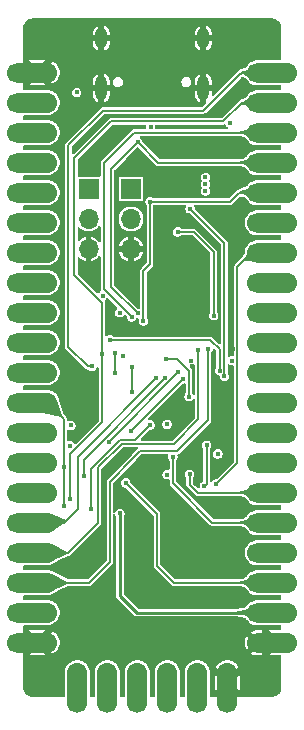
<source format=gbr>
%TF.GenerationSoftware,KiCad,Pcbnew,9.0.0*%
%TF.CreationDate,2025-04-02T16:35:10+02:00*%
%TF.ProjectId,stm32f103-core-board,73746d33-3266-4313-9033-2d636f72652d,1*%
%TF.SameCoordinates,Original*%
%TF.FileFunction,Copper,L4,Bot*%
%TF.FilePolarity,Positive*%
%FSLAX46Y46*%
G04 Gerber Fmt 4.6, Leading zero omitted, Abs format (unit mm)*
G04 Created by KiCad (PCBNEW 9.0.0) date 2025-04-02 16:35:10*
%MOMM*%
%LPD*%
G01*
G04 APERTURE LIST*
G04 Aperture macros list*
%AMFreePoly0*
4,1,23,0.000000,0.845907,0.083315,0.845907,0.246742,0.813399,0.400687,0.749633,0.539234,0.657059,0.657059,0.539234,0.749633,0.400687,0.813399,0.246742,0.845907,0.083315,0.845907,-0.083315,0.813399,-0.246742,0.749633,-0.400687,0.657059,-0.539234,0.539234,-0.657059,0.400687,-0.749633,0.246742,-0.813399,0.083315,-0.845907,0.000000,-0.845907,0.000000,-0.850000,-2.540000,-0.850000,
-2.540000,0.850000,0.000000,0.850000,0.000000,0.845907,0.000000,0.845907,$1*%
G04 Aperture macros list end*
%TA.AperFunction,ComponentPad*%
%ADD10O,1.700000X1.700000*%
%TD*%
%TA.AperFunction,ComponentPad*%
%ADD11R,1.700000X1.700000*%
%TD*%
%TA.AperFunction,ComponentPad*%
%ADD12FreePoly0,0.000000*%
%TD*%
%TA.AperFunction,ComponentPad*%
%ADD13C,1.700000*%
%TD*%
%TA.AperFunction,ComponentPad*%
%ADD14O,1.000000X1.800000*%
%TD*%
%TA.AperFunction,ComponentPad*%
%ADD15O,1.000000X2.100000*%
%TD*%
%TA.AperFunction,ComponentPad*%
%ADD16FreePoly0,90.000000*%
%TD*%
%TA.AperFunction,ViaPad*%
%ADD17C,0.400000*%
%TD*%
%TA.AperFunction,Conductor*%
%ADD18C,0.150000*%
%TD*%
%TA.AperFunction,Conductor*%
%ADD19C,0.250000*%
%TD*%
G04 APERTURE END LIST*
D10*
%TO.P,J1,3,Pin_3*%
%TO.N,GND*%
X144600000Y-90800000D03*
%TO.P,J1,2,Pin_2*%
%TO.N,Net-(J1-Pin_2)*%
X144600000Y-88260001D03*
D11*
%TO.P,J1,1,Pin_1*%
%TO.N,/+3V3*%
X144600000Y-85720001D03*
%TD*%
D12*
%TO.P,J5,20,Pin_20*%
%TO.N,GND*%
X161430000Y-124130000D03*
D13*
X158890000Y-124130000D03*
D12*
%TO.P,J5,19,Pin_19*%
%TO.N,/VBAT*%
X161430000Y-121590000D03*
D13*
X158890000Y-121590000D03*
D12*
%TO.P,J5,18,Pin_18*%
%TO.N,/PC13*%
X161430000Y-119050000D03*
D13*
X158890000Y-119050000D03*
D12*
%TO.P,J5,17,Pin_17*%
%TO.N,/~{NRST}*%
X161430000Y-116510001D03*
D13*
X158890000Y-116510000D03*
D12*
%TO.P,J5,16,Pin_16*%
%TO.N,/PA0*%
X161430000Y-113969999D03*
D13*
X158890000Y-113970000D03*
D12*
%TO.P,J5,15,Pin_15*%
%TO.N,/PA1*%
X161430000Y-111430000D03*
D13*
X158890000Y-111430000D03*
D12*
%TO.P,J5,14,Pin_14*%
%TO.N,/PA2*%
X161430000Y-108890000D03*
D13*
X158890000Y-108890000D03*
D12*
%TO.P,J5,13,Pin_13*%
%TO.N,/PA3*%
X161430000Y-106350000D03*
D13*
X158890000Y-106350000D03*
D12*
%TO.P,J5,12,Pin_12*%
%TO.N,/PA4*%
X161430000Y-103809999D03*
D13*
X158890000Y-103810000D03*
D12*
%TO.P,J5,11,Pin_11*%
%TO.N,/PA5*%
X161430000Y-101270000D03*
D13*
X158890000Y-101270000D03*
D12*
%TO.P,J5,10,Pin_10*%
%TO.N,/PA6*%
X161430000Y-98730000D03*
D13*
X158890000Y-98730000D03*
D12*
%TO.P,J5,9,Pin_9*%
%TO.N,/PA7*%
X161430000Y-96190000D03*
D13*
X158890000Y-96190000D03*
D12*
%TO.P,J5,8,Pin_8*%
%TO.N,/PA8*%
X161430000Y-93650001D03*
D13*
X158890000Y-93650000D03*
D12*
%TO.P,J5,7,Pin_7*%
%TO.N,/USART1.TX*%
X161430000Y-91110000D03*
D13*
X158890000Y-91110000D03*
D12*
%TO.P,J5,6,Pin_6*%
%TO.N,/USART1.RX*%
X161430000Y-88570000D03*
D13*
X158890000Y-88570000D03*
D12*
%TO.P,J5,5,Pin_5*%
%TO.N,/PA11*%
X161430000Y-86030000D03*
D13*
X158890000Y-86030000D03*
D12*
%TO.P,J5,4,Pin_4*%
%TO.N,/PA12*%
X161430000Y-83490000D03*
D13*
X158890000Y-83490000D03*
D12*
%TO.P,J5,3,Pin_3*%
%TO.N,/PA13*%
X161430000Y-80949999D03*
D13*
X158890000Y-80950000D03*
D12*
%TO.P,J5,2,Pin_2*%
%TO.N,/PA14*%
X161430000Y-78410000D03*
D13*
X158890000Y-78410000D03*
D12*
%TO.P,J5,1,Pin_1*%
%TO.N,/PA15*%
X161430000Y-75870000D03*
D13*
X158890000Y-75870000D03*
%TD*%
D10*
%TO.P,J2,3,Pin_3*%
%TO.N,GND*%
X148200000Y-90800000D03*
%TO.P,J2,2,Pin_2*%
%TO.N,Net-(J2-Pin_2)*%
X148200000Y-88260001D03*
D11*
%TO.P,J2,1,Pin_1*%
%TO.N,/+3V3*%
X148200000Y-85720001D03*
%TD*%
D12*
%TO.P,J4,20,Pin_20*%
%TO.N,GND*%
X141110000Y-124130000D03*
D13*
X138570000Y-124130000D03*
D12*
%TO.P,J4,19,Pin_19*%
%TO.N,/+3V3*%
X141110000Y-121590000D03*
D13*
X138570000Y-121590000D03*
D12*
%TO.P,J4,18,Pin_18*%
%TO.N,/PB15*%
X141110000Y-119050000D03*
D13*
X138570000Y-119050000D03*
D12*
%TO.P,J4,17,Pin_17*%
%TO.N,/PB14*%
X141110000Y-116510001D03*
D13*
X138570000Y-116510000D03*
D12*
%TO.P,J4,16,Pin_16*%
%TO.N,/PB13*%
X141110000Y-113969999D03*
D13*
X138570000Y-113970000D03*
D12*
%TO.P,J4,15,Pin_15*%
%TO.N,/PB12*%
X141110000Y-111430000D03*
D13*
X138570000Y-111430000D03*
D12*
%TO.P,J4,14,Pin_14*%
%TO.N,/PB11*%
X141110000Y-108890000D03*
D13*
X138570000Y-108890000D03*
D12*
%TO.P,J4,13,Pin_13*%
%TO.N,/PB10*%
X141110000Y-106350000D03*
D13*
X138570000Y-106350000D03*
D12*
%TO.P,J4,12,Pin_12*%
%TO.N,/PB9*%
X141110000Y-103809999D03*
D13*
X138570000Y-103810000D03*
D12*
%TO.P,J4,11,Pin_11*%
%TO.N,/PB8*%
X141110000Y-101270000D03*
D13*
X138570000Y-101270000D03*
D12*
%TO.P,J4,10,Pin_10*%
%TO.N,/PB7*%
X141110000Y-98730000D03*
D13*
X138570000Y-98730000D03*
D12*
%TO.P,J4,9,Pin_9*%
%TO.N,/PB6*%
X141110000Y-96190000D03*
D13*
X138570000Y-96190000D03*
D12*
%TO.P,J4,8,Pin_8*%
%TO.N,/PB5*%
X141110000Y-93650001D03*
D13*
X138570000Y-93650000D03*
D12*
%TO.P,J4,7,Pin_7*%
%TO.N,/PB4*%
X141110000Y-91110000D03*
D13*
X138570000Y-91110000D03*
D12*
%TO.P,J4,6,Pin_6*%
%TO.N,/PB3*%
X141110000Y-88570000D03*
D13*
X138570000Y-88570000D03*
D12*
%TO.P,J4,5,Pin_5*%
%TO.N,/PB2*%
X141110000Y-86030000D03*
D13*
X138570000Y-86030000D03*
D12*
%TO.P,J4,4,Pin_4*%
%TO.N,/PB1*%
X141110000Y-83490000D03*
D13*
X138570000Y-83490000D03*
D12*
%TO.P,J4,3,Pin_3*%
%TO.N,/PB0*%
X141110000Y-80949999D03*
D13*
X138570000Y-80950000D03*
D12*
%TO.P,J4,2,Pin_2*%
%TO.N,/+5V*%
X141110000Y-78410000D03*
D13*
X138570000Y-78410000D03*
D12*
%TO.P,J4,1,Pin_1*%
%TO.N,GND*%
X141110000Y-75870000D03*
D13*
X138570000Y-75870000D03*
%TD*%
D14*
%TO.P,CN1,S4,SHIELD*%
%TO.N,GND*%
X154320000Y-72975000D03*
%TO.P,CN1,S3,SHIELD*%
X145680000Y-72975000D03*
D15*
%TO.P,CN1,S2,SHIELD*%
X145680000Y-77155000D03*
%TO.P,CN1,S1,SHIELD*%
X154320000Y-77155000D03*
%TD*%
D16*
%TO.P,J3,6,Pin_6*%
%TO.N,GND*%
X156350000Y-126670000D03*
D13*
X156350000Y-129210000D03*
D16*
%TO.P,J3,5,Pin_5*%
%TO.N,/USART1.TX*%
X153810000Y-126670000D03*
D13*
X153810000Y-129210000D03*
D16*
%TO.P,J3,4,Pin_4*%
%TO.N,/USART1.RX*%
X151270000Y-126670000D03*
D13*
X151270000Y-129210000D03*
D16*
%TO.P,J3,3,Pin_3*%
%TO.N,/PA13*%
X148729999Y-126670000D03*
D13*
X148730000Y-129210000D03*
D16*
%TO.P,J3,2,Pin_2*%
%TO.N,/PA14*%
X146190000Y-126670000D03*
D13*
X146190000Y-129210000D03*
D16*
%TO.P,J3,1,Pin_1*%
%TO.N,/+3V3*%
X143650000Y-126670000D03*
D13*
X143650000Y-129210000D03*
%TD*%
D17*
%TO.N,GND*%
X153350000Y-100750000D03*
X154550000Y-79500000D03*
X155500000Y-79050000D03*
%TO.N,/+3V3*%
X154500000Y-85300000D03*
X155550000Y-108150000D03*
X143600000Y-77550000D03*
X147250000Y-96200000D03*
X151250000Y-109900000D03*
X156750000Y-100250000D03*
X143000000Y-107450000D03*
X145800000Y-94750000D03*
X147550000Y-99900000D03*
X149850000Y-80500000D03*
X153250000Y-100250000D03*
X156600000Y-80150000D03*
X143100000Y-105750000D03*
X154500000Y-84737500D03*
X151250000Y-105650000D03*
X154500000Y-85900000D03*
%TO.N,GND*%
X151000000Y-86150000D03*
X154125000Y-109850000D03*
X157150000Y-82750000D03*
X146350000Y-109250000D03*
X156600000Y-77900000D03*
X143000000Y-106700000D03*
X147500000Y-80500000D03*
X153950000Y-81750000D03*
X150600000Y-119200000D03*
X154125000Y-118000000D03*
X143600000Y-71600000D03*
X150600000Y-120900000D03*
X152400000Y-114900000D03*
X157100000Y-84500000D03*
X150750000Y-106200000D03*
X148950000Y-113200000D03*
X147750000Y-97800000D03*
X156800000Y-99250000D03*
X154125000Y-114000000D03*
X151900000Y-80500000D03*
X145675000Y-115900000D03*
X146300000Y-96200000D03*
X148950000Y-120900000D03*
X152300000Y-114125000D03*
X152200000Y-109900000D03*
X146400000Y-119000000D03*
%TO.N,/PA12*%
X148750000Y-96250000D03*
X148750000Y-81750000D03*
%TO.N,/PA11*%
X149800000Y-86800000D03*
X149250000Y-96900000D03*
%TO.N,/PB2*%
X152150000Y-89350000D03*
X155200000Y-96450000D03*
%TO.N,/PA1*%
X153150000Y-109850000D03*
%TO.N,/USART1.TX*%
X155400000Y-110700000D03*
%TO.N,/VBAT*%
X147250000Y-113200000D03*
%TO.N,/PC13*%
X147750000Y-110600000D03*
%TO.N,/PA0*%
X151750000Y-108400000D03*
%TO.N,/USART1.RX*%
X154600000Y-107400000D03*
X151200000Y-100100000D03*
X154400000Y-110900000D03*
X153100000Y-103300000D03*
%TO.N,/PB12*%
X151100000Y-101750000D03*
X144200000Y-110000000D03*
%TO.N,/BOOT0*%
X146800000Y-99600000D03*
X146800000Y-101300000D03*
%TO.N,/PB9*%
X142500000Y-112600000D03*
X142500000Y-109250000D03*
%TO.N,/PB13*%
X150350000Y-101750000D03*
%TO.N,/PB10*%
X148200000Y-106200000D03*
X152600000Y-101800000D03*
%TO.N,/PB1*%
X146400000Y-98500000D03*
X155700000Y-101100000D03*
%TO.N,/PB0*%
X156100000Y-101600000D03*
X153200000Y-87400000D03*
%TO.N,/PB14*%
X153900000Y-99400000D03*
%TO.N,/PB15*%
X154700000Y-99300000D03*
%TO.N,/PB11*%
X152200000Y-101250000D03*
X146300000Y-107150000D03*
%TO.N,/PA15*%
X144900000Y-100750000D03*
%TO.N,/PA14*%
X145750000Y-99700000D03*
X143000000Y-112000000D03*
%TO.N,/PA13*%
X144850000Y-112800000D03*
X148250000Y-100800000D03*
X149800000Y-105700000D03*
X148250000Y-102950000D03*
X148250000Y-96550000D03*
%TD*%
D18*
%TO.N,/PA15*%
X157530000Y-75870000D02*
X158890000Y-75870000D01*
%TO.N,/PA12*%
X148750000Y-81750000D02*
X150490000Y-83490000D01*
X148750000Y-81750000D02*
X146500000Y-84000000D01*
X146500000Y-94000000D02*
X148750000Y-96250000D01*
X150490000Y-83490000D02*
X158890000Y-83490000D01*
X146500000Y-84000000D02*
X146500000Y-94000000D01*
%TO.N,/PA11*%
X157300000Y-86100000D02*
X158820000Y-86100000D01*
X149800000Y-86800000D02*
X149800000Y-92100000D01*
X149800000Y-86800000D02*
X156600000Y-86800000D01*
X158820000Y-86100000D02*
X158890000Y-86030000D01*
X149250000Y-92650000D02*
X149250000Y-96900000D01*
X156600000Y-86800000D02*
X157300000Y-86100000D01*
X149800000Y-92100000D02*
X149250000Y-92650000D01*
%TO.N,/PB2*%
X155200000Y-96450000D02*
X155200000Y-91050000D01*
X153500000Y-89350000D02*
X152150000Y-89350000D01*
X155200000Y-91050000D02*
X153500000Y-89350000D01*
%TO.N,/PA1*%
X153150000Y-110750000D02*
X153150000Y-109850000D01*
X153830000Y-111430000D02*
X153400000Y-111000000D01*
X158890000Y-111430000D02*
X153830000Y-111430000D01*
X153400000Y-111000000D02*
X153150000Y-110750000D01*
%TO.N,/USART1.TX*%
X157200000Y-92300000D02*
X158390000Y-91110000D01*
X157200000Y-108900000D02*
X157200000Y-92300000D01*
X155400000Y-110700000D02*
X157200000Y-108900000D01*
X158390000Y-91110000D02*
X158890000Y-91110000D01*
D19*
%TO.N,/VBAT*%
X147250000Y-120150000D02*
X148690000Y-121590000D01*
X147250000Y-113200000D02*
X147250000Y-120150000D01*
X148690000Y-121590000D02*
X158890000Y-121590000D01*
D18*
%TO.N,/PC13*%
X147750000Y-110600000D02*
X150400000Y-113250000D01*
X150400000Y-117650000D02*
X151800000Y-119050000D01*
X150400000Y-113250000D02*
X150400000Y-117650000D01*
X151800000Y-119050000D02*
X158890000Y-119050000D01*
%TO.N,/PA0*%
X155070000Y-113970000D02*
X151900000Y-110800000D01*
X151750000Y-110650000D02*
X151750000Y-108400000D01*
X151900000Y-110800000D02*
X151750000Y-110650000D01*
X158890000Y-113970000D02*
X155070000Y-113970000D01*
%TO.N,/USART1.RX*%
X154400000Y-110900000D02*
X154600000Y-110700000D01*
X153100000Y-101100000D02*
X152600000Y-100600000D01*
X152100000Y-100100000D02*
X151200000Y-100100000D01*
X153100000Y-103300000D02*
X153100000Y-101100000D01*
X152600000Y-100600000D02*
X152100000Y-100100000D01*
X154600000Y-110700000D02*
X154600000Y-107400000D01*
%TO.N,/PB12*%
X151100000Y-101750000D02*
X144200000Y-108650000D01*
X144200000Y-108650000D02*
X144200000Y-110000000D01*
%TO.N,/BOOT0*%
X146800000Y-101300000D02*
X146800000Y-99600000D01*
%TO.N,/PB9*%
X142500000Y-105200000D02*
X141110000Y-103810000D01*
X142500000Y-112600000D02*
X142500000Y-109250000D01*
X142500000Y-109250000D02*
X142500000Y-105200000D01*
X141110000Y-103810000D02*
X141110000Y-103809999D01*
%TO.N,/PB13*%
X143700000Y-112800000D02*
X143700000Y-108400000D01*
X142530001Y-113969999D02*
X143700000Y-112800000D01*
X143700000Y-108400000D02*
X150350000Y-101750000D01*
X141110000Y-113969999D02*
X142530001Y-113969999D01*
%TO.N,/PB10*%
X148200000Y-106200000D02*
X152600000Y-101800000D01*
%TO.N,/PB1*%
X146400000Y-98500000D02*
X154900000Y-98500000D01*
X154900000Y-98500000D02*
X155700000Y-99300000D01*
X155700000Y-99300000D02*
X155700000Y-101100000D01*
%TO.N,/PB0*%
X156100000Y-90300000D02*
X153200000Y-87400000D01*
X156100000Y-101600000D02*
X156100000Y-90300000D01*
%TO.N,/PB14*%
X153900000Y-105200000D02*
X151800000Y-107300000D01*
X153900000Y-99400000D02*
X153900000Y-105200000D01*
X151800000Y-107300000D02*
X147400000Y-107300000D01*
X147400000Y-107300000D02*
X145400000Y-109300000D01*
X142889999Y-116510001D02*
X141110000Y-116510001D01*
X145400000Y-114000000D02*
X142889999Y-116510001D01*
X145400000Y-109300000D02*
X145400000Y-114000000D01*
%TO.N,/PB15*%
X144650000Y-119050000D02*
X146400000Y-117300000D01*
X146400000Y-110500000D02*
X148400000Y-108500000D01*
X149000000Y-107900000D02*
X149700000Y-107900000D01*
X146400000Y-117300000D02*
X146400000Y-110500000D01*
X148400000Y-108500000D02*
X149000000Y-107900000D01*
X149700000Y-107900000D02*
X152100000Y-107900000D01*
X141110000Y-119050000D02*
X144650000Y-119050000D01*
X152100000Y-107900000D02*
X154700000Y-105300000D01*
X154700000Y-105300000D02*
X154700000Y-99300000D01*
%TO.N,/PB11*%
X152200000Y-101250000D02*
X146300000Y-107150000D01*
%TO.N,/PA15*%
X144900000Y-100750000D02*
X144550000Y-100750000D01*
X142900000Y-99100000D02*
X142900000Y-82000000D01*
X154300000Y-79100000D02*
X157530000Y-75870000D01*
X142900000Y-82000000D02*
X145800000Y-79100000D01*
X145800000Y-79100000D02*
X154300000Y-79100000D01*
X144550000Y-100750000D02*
X142900000Y-99100000D01*
%TO.N,/PA14*%
X145750000Y-105450000D02*
X143275000Y-107925000D01*
X146500000Y-80000000D02*
X156000000Y-80000000D01*
X145750000Y-99700000D02*
X145750000Y-95350000D01*
X156000000Y-80000000D02*
X157590000Y-78410000D01*
X143000000Y-108200000D02*
X143000000Y-112000000D01*
X143400000Y-93000000D02*
X143400000Y-83100000D01*
X157590000Y-78410000D02*
X158890000Y-78410000D01*
X143275000Y-107925000D02*
X143000000Y-108200000D01*
X145750000Y-99700000D02*
X145750000Y-105450000D01*
X143400000Y-83100000D02*
X146500000Y-80000000D01*
X145750000Y-95350000D02*
X143400000Y-93000000D01*
%TO.N,/PA13*%
X148550000Y-106950000D02*
X147700000Y-106950000D01*
X145900000Y-83500000D02*
X145900000Y-94200000D01*
X144800000Y-112750000D02*
X144850000Y-112800000D01*
X144800000Y-109400000D02*
X144800000Y-112750000D01*
X145900000Y-94200000D02*
X148250000Y-96550000D01*
X147700000Y-106950000D02*
X147250000Y-106950000D01*
X147250000Y-106950000D02*
X144800000Y-109400000D01*
X148450000Y-80950000D02*
X145900000Y-83500000D01*
X149800000Y-105700000D02*
X148550000Y-106950000D01*
X158890000Y-80950000D02*
X148450000Y-80950000D01*
X148250000Y-100800000D02*
X148250000Y-102950000D01*
%TD*%
%TA.AperFunction,Conductor*%
%TO.N,GND*%
G36*
X146783404Y-113261174D02*
G01*
X146805093Y-113261174D01*
X146812822Y-113266789D01*
X146822205Y-113268581D01*
X146837046Y-113284389D01*
X146854593Y-113297138D01*
X146860353Y-113309215D01*
X146864083Y-113313188D01*
X146867840Y-113321176D01*
X146876793Y-113354587D01*
X146913313Y-113417842D01*
X146915083Y-113421604D01*
X146924500Y-113463745D01*
X146924500Y-120107147D01*
X146924500Y-120192853D01*
X146927621Y-120204500D01*
X146946683Y-120275643D01*
X146989531Y-120349857D01*
X146989533Y-120349859D01*
X146989535Y-120349862D01*
X148429533Y-121789859D01*
X148429535Y-121789862D01*
X148490138Y-121850465D01*
X148517701Y-121866378D01*
X148537878Y-121878028D01*
X148537877Y-121878028D01*
X148561662Y-121891759D01*
X148564362Y-121893318D01*
X148564364Y-121893318D01*
X148564365Y-121893319D01*
X148605755Y-121904409D01*
X148647145Y-121915500D01*
X148647147Y-121915501D01*
X148647148Y-121915501D01*
X148738916Y-121915501D01*
X148738932Y-121915500D01*
X157177372Y-121915500D01*
X157182877Y-121915653D01*
X157191363Y-121916125D01*
X157211389Y-121920751D01*
X157351285Y-121925031D01*
X157352491Y-121925099D01*
X157352653Y-121925161D01*
X157356637Y-121925418D01*
X157480910Y-121937628D01*
X157488224Y-121938623D01*
X157592928Y-121956879D01*
X157600847Y-121958598D01*
X157691186Y-121982130D01*
X157699693Y-121984761D01*
X157774463Y-122011619D01*
X157783343Y-122015305D01*
X157831252Y-122037986D01*
X157846340Y-122045130D01*
X157855414Y-122050020D01*
X157907364Y-122081609D01*
X157916283Y-122087723D01*
X157952857Y-122115852D01*
X157965099Y-122127017D01*
X158032415Y-122199621D01*
X158042132Y-122211926D01*
X158074023Y-122259655D01*
X158074026Y-122259658D01*
X158074030Y-122259663D01*
X158209916Y-122395548D01*
X158220345Y-122405977D01*
X158392402Y-122520941D01*
X158583580Y-122600130D01*
X158786535Y-122640500D01*
X158854311Y-122640500D01*
X158869538Y-122641678D01*
X158872570Y-122642150D01*
X158872973Y-122642272D01*
X158873664Y-122642320D01*
X158877806Y-122642965D01*
X158878417Y-122643274D01*
X158878447Y-122643280D01*
X158878445Y-122643288D01*
X158878633Y-122643383D01*
X158884603Y-122644268D01*
X158890000Y-122645500D01*
X160830500Y-122645500D01*
X160888691Y-122664407D01*
X160924655Y-122713907D01*
X160929500Y-122744500D01*
X160929500Y-122976000D01*
X160910593Y-123034191D01*
X160861093Y-123070155D01*
X160830500Y-123075000D01*
X159883553Y-123075000D01*
X160691772Y-123883220D01*
X160719549Y-123937737D01*
X160709978Y-123998169D01*
X160691772Y-124023227D01*
X160585000Y-124129999D01*
X160691772Y-124236771D01*
X160719549Y-124291288D01*
X160709978Y-124351720D01*
X160691772Y-124376778D01*
X159883551Y-125185000D01*
X160830500Y-125185000D01*
X160888691Y-125203907D01*
X160924655Y-125253407D01*
X160929500Y-125284000D01*
X160929500Y-127935138D01*
X160929023Y-127944842D01*
X160915669Y-128080417D01*
X160911883Y-128099451D01*
X160873755Y-128225144D01*
X160866328Y-128243074D01*
X160804413Y-128358910D01*
X160793631Y-128375047D01*
X160710304Y-128476581D01*
X160696581Y-128490304D01*
X160595047Y-128573631D01*
X160578910Y-128584413D01*
X160463074Y-128646328D01*
X160445144Y-128653755D01*
X160319451Y-128691883D01*
X160300418Y-128695669D01*
X160180442Y-128707486D01*
X160164841Y-128709023D01*
X160155139Y-128709500D01*
X157231956Y-128709500D01*
X157173765Y-128690593D01*
X157161952Y-128680504D01*
X156350000Y-127868552D01*
X155538048Y-128680504D01*
X155483531Y-128708281D01*
X155468044Y-128709500D01*
X154964500Y-128709500D01*
X154906309Y-128690593D01*
X154870345Y-128641093D01*
X154865500Y-128610500D01*
X154865500Y-128216447D01*
X155295000Y-128216447D01*
X155996447Y-127515000D01*
X156703553Y-127515000D01*
X157405000Y-128216447D01*
X157405000Y-126813553D01*
X156703553Y-127515000D01*
X155996447Y-127515000D01*
X155295000Y-126813553D01*
X155295000Y-128216447D01*
X154865500Y-128216447D01*
X154865500Y-126586283D01*
X154861551Y-126546193D01*
X154828885Y-126381969D01*
X154817195Y-126343432D01*
X154817192Y-126343422D01*
X154761944Y-126210043D01*
X155398595Y-126210043D01*
X155850000Y-126661448D01*
X155850000Y-126735826D01*
X155884075Y-126862993D01*
X155949901Y-126977007D01*
X156042993Y-127070099D01*
X156157007Y-127135925D01*
X156284174Y-127170000D01*
X156415826Y-127170000D01*
X156542993Y-127135925D01*
X156657007Y-127070099D01*
X156750099Y-126977007D01*
X156815925Y-126862993D01*
X156850000Y-126735826D01*
X156850000Y-126661445D01*
X157301402Y-126210043D01*
X157292658Y-126188933D01*
X157292644Y-126188904D01*
X157273715Y-126153489D01*
X157180686Y-126014260D01*
X157155196Y-125983201D01*
X157036798Y-125864803D01*
X157005739Y-125839313D01*
X156866510Y-125746284D01*
X156831080Y-125727347D01*
X156831075Y-125727344D01*
X156676390Y-125663271D01*
X156637925Y-125651603D01*
X156637918Y-125651601D01*
X156473706Y-125618938D01*
X156473712Y-125618938D01*
X156433724Y-125615000D01*
X156266276Y-125615000D01*
X156226290Y-125618938D01*
X156062081Y-125651601D01*
X156062074Y-125651603D01*
X156023609Y-125663271D01*
X155868924Y-125727344D01*
X155868919Y-125727347D01*
X155833489Y-125746284D01*
X155694260Y-125839313D01*
X155663201Y-125864803D01*
X155544803Y-125983201D01*
X155519313Y-126014260D01*
X155426286Y-126153485D01*
X155407346Y-126188920D01*
X155407342Y-126188929D01*
X155398595Y-126210043D01*
X154761944Y-126210043D01*
X154759472Y-126204075D01*
X154753117Y-126188731D01*
X154743104Y-126170000D01*
X154734127Y-126153205D01*
X154641105Y-126013987D01*
X154641102Y-126013983D01*
X154641096Y-126013975D01*
X154615554Y-125982853D01*
X154615552Y-125982851D01*
X154615548Y-125982846D01*
X154497154Y-125864452D01*
X154497148Y-125864447D01*
X154497146Y-125864445D01*
X154466024Y-125838903D01*
X154466016Y-125838897D01*
X154326803Y-125745878D01*
X154326800Y-125745876D01*
X154326795Y-125745873D01*
X154312990Y-125738494D01*
X154291272Y-125726884D01*
X154136578Y-125662808D01*
X154136567Y-125662804D01*
X154098030Y-125651114D01*
X153933804Y-125618448D01*
X153933808Y-125618448D01*
X153898794Y-125615000D01*
X153893718Y-125614500D01*
X153726282Y-125614500D01*
X153718386Y-125615277D01*
X153686193Y-125618448D01*
X153521969Y-125651114D01*
X153483432Y-125662804D01*
X153483421Y-125662808D01*
X153328727Y-125726884D01*
X153293196Y-125745878D01*
X153153983Y-125838897D01*
X153153975Y-125838903D01*
X153122853Y-125864445D01*
X153004445Y-125982853D01*
X152978903Y-126013975D01*
X152978897Y-126013983D01*
X152885878Y-126153196D01*
X152885873Y-126153203D01*
X152885873Y-126153205D01*
X152885721Y-126153489D01*
X152866884Y-126188727D01*
X152802808Y-126343421D01*
X152802804Y-126343432D01*
X152791114Y-126381969D01*
X152758448Y-126546193D01*
X152754500Y-126586283D01*
X152754500Y-128610500D01*
X152735593Y-128668691D01*
X152686093Y-128704655D01*
X152655500Y-128709500D01*
X152424500Y-128709500D01*
X152366309Y-128690593D01*
X152330345Y-128641093D01*
X152325500Y-128610500D01*
X152325500Y-126586283D01*
X152321551Y-126546193D01*
X152288885Y-126381969D01*
X152277195Y-126343432D01*
X152277192Y-126343422D01*
X152213117Y-126188732D01*
X152213115Y-126188727D01*
X152203104Y-126170000D01*
X152194127Y-126153205D01*
X152101105Y-126013987D01*
X152101102Y-126013983D01*
X152101096Y-126013975D01*
X152075554Y-125982853D01*
X152075552Y-125982851D01*
X152075548Y-125982846D01*
X151957154Y-125864452D01*
X151957148Y-125864447D01*
X151957146Y-125864445D01*
X151926024Y-125838903D01*
X151926016Y-125838897D01*
X151786803Y-125745878D01*
X151786800Y-125745876D01*
X151786795Y-125745873D01*
X151772990Y-125738494D01*
X151751272Y-125726884D01*
X151596578Y-125662808D01*
X151596567Y-125662804D01*
X151558030Y-125651114D01*
X151393804Y-125618448D01*
X151393808Y-125618448D01*
X151358794Y-125615000D01*
X151353718Y-125614500D01*
X151186282Y-125614500D01*
X151178386Y-125615277D01*
X151146193Y-125618448D01*
X150981969Y-125651114D01*
X150943432Y-125662804D01*
X150943421Y-125662808D01*
X150788727Y-125726884D01*
X150753196Y-125745878D01*
X150613983Y-125838897D01*
X150613975Y-125838903D01*
X150582853Y-125864445D01*
X150464445Y-125982853D01*
X150438903Y-126013975D01*
X150438897Y-126013983D01*
X150345878Y-126153196D01*
X150345873Y-126153203D01*
X150345873Y-126153205D01*
X150345721Y-126153489D01*
X150326884Y-126188727D01*
X150262808Y-126343421D01*
X150262804Y-126343432D01*
X150251114Y-126381969D01*
X150218448Y-126546193D01*
X150214500Y-126586283D01*
X150214500Y-128610500D01*
X150195593Y-128668691D01*
X150146093Y-128704655D01*
X150115500Y-128709500D01*
X149884499Y-128709500D01*
X149826308Y-128690593D01*
X149790344Y-128641093D01*
X149785499Y-128610500D01*
X149785499Y-126586283D01*
X149781550Y-126546193D01*
X149748884Y-126381969D01*
X149737194Y-126343432D01*
X149737191Y-126343422D01*
X149673116Y-126188732D01*
X149673114Y-126188727D01*
X149663103Y-126170000D01*
X149654126Y-126153205D01*
X149561104Y-126013987D01*
X149561101Y-126013983D01*
X149561095Y-126013975D01*
X149535553Y-125982853D01*
X149535551Y-125982851D01*
X149535547Y-125982846D01*
X149417153Y-125864452D01*
X149417147Y-125864447D01*
X149417145Y-125864445D01*
X149386023Y-125838903D01*
X149386015Y-125838897D01*
X149246802Y-125745878D01*
X149246799Y-125745876D01*
X149246794Y-125745873D01*
X149232989Y-125738494D01*
X149211271Y-125726884D01*
X149056577Y-125662808D01*
X149056566Y-125662804D01*
X149018029Y-125651114D01*
X148853803Y-125618448D01*
X148853807Y-125618448D01*
X148818793Y-125615000D01*
X148813717Y-125614500D01*
X148646281Y-125614500D01*
X148638385Y-125615277D01*
X148606192Y-125618448D01*
X148441968Y-125651114D01*
X148403431Y-125662804D01*
X148403420Y-125662808D01*
X148248726Y-125726884D01*
X148213195Y-125745878D01*
X148073982Y-125838897D01*
X148073974Y-125838903D01*
X148042852Y-125864445D01*
X147924444Y-125982853D01*
X147898902Y-126013975D01*
X147898896Y-126013983D01*
X147805877Y-126153196D01*
X147805872Y-126153203D01*
X147805872Y-126153205D01*
X147805720Y-126153489D01*
X147786883Y-126188727D01*
X147722807Y-126343421D01*
X147722803Y-126343432D01*
X147711113Y-126381969D01*
X147678447Y-126546193D01*
X147674499Y-126586283D01*
X147674499Y-128610500D01*
X147655592Y-128668691D01*
X147606092Y-128704655D01*
X147575499Y-128709500D01*
X147344500Y-128709500D01*
X147286309Y-128690593D01*
X147250345Y-128641093D01*
X147245500Y-128610500D01*
X147245500Y-126586283D01*
X147241551Y-126546193D01*
X147208885Y-126381969D01*
X147197195Y-126343432D01*
X147197192Y-126343422D01*
X147133117Y-126188732D01*
X147133115Y-126188727D01*
X147123104Y-126170000D01*
X147114127Y-126153205D01*
X147021105Y-126013987D01*
X147021102Y-126013983D01*
X147021096Y-126013975D01*
X146995554Y-125982853D01*
X146995552Y-125982851D01*
X146995548Y-125982846D01*
X146877154Y-125864452D01*
X146877148Y-125864447D01*
X146877146Y-125864445D01*
X146846024Y-125838903D01*
X146846016Y-125838897D01*
X146706803Y-125745878D01*
X146706800Y-125745876D01*
X146706795Y-125745873D01*
X146692990Y-125738494D01*
X146671272Y-125726884D01*
X146516578Y-125662808D01*
X146516567Y-125662804D01*
X146478030Y-125651114D01*
X146313804Y-125618448D01*
X146313808Y-125618448D01*
X146278794Y-125615000D01*
X146273718Y-125614500D01*
X146106282Y-125614500D01*
X146098386Y-125615277D01*
X146066193Y-125618448D01*
X145901969Y-125651114D01*
X145863432Y-125662804D01*
X145863421Y-125662808D01*
X145708727Y-125726884D01*
X145673196Y-125745878D01*
X145533983Y-125838897D01*
X145533975Y-125838903D01*
X145502853Y-125864445D01*
X145384445Y-125982853D01*
X145358903Y-126013975D01*
X145358897Y-126013983D01*
X145265878Y-126153196D01*
X145265873Y-126153203D01*
X145265873Y-126153205D01*
X145265721Y-126153489D01*
X145246884Y-126188727D01*
X145182808Y-126343421D01*
X145182804Y-126343432D01*
X145171114Y-126381969D01*
X145138448Y-126546193D01*
X145134500Y-126586283D01*
X145134500Y-128610500D01*
X145115593Y-128668691D01*
X145066093Y-128704655D01*
X145035500Y-128709500D01*
X144804500Y-128709500D01*
X144746309Y-128690593D01*
X144710345Y-128641093D01*
X144705500Y-128610500D01*
X144705500Y-126586283D01*
X144701551Y-126546193D01*
X144668885Y-126381969D01*
X144657195Y-126343432D01*
X144657192Y-126343422D01*
X144593117Y-126188732D01*
X144593115Y-126188727D01*
X144583104Y-126170000D01*
X144574127Y-126153205D01*
X144481105Y-126013987D01*
X144481102Y-126013983D01*
X144481096Y-126013975D01*
X144455554Y-125982853D01*
X144455552Y-125982851D01*
X144455548Y-125982846D01*
X144337154Y-125864452D01*
X144337148Y-125864447D01*
X144337146Y-125864445D01*
X144306024Y-125838903D01*
X144306016Y-125838897D01*
X144166803Y-125745878D01*
X144166800Y-125745876D01*
X144166795Y-125745873D01*
X144152990Y-125738494D01*
X144131272Y-125726884D01*
X143976578Y-125662808D01*
X143976567Y-125662804D01*
X143938030Y-125651114D01*
X143773804Y-125618448D01*
X143773808Y-125618448D01*
X143738794Y-125615000D01*
X143733718Y-125614500D01*
X143566282Y-125614500D01*
X143558386Y-125615277D01*
X143526193Y-125618448D01*
X143361969Y-125651114D01*
X143323432Y-125662804D01*
X143323421Y-125662808D01*
X143168727Y-125726884D01*
X143133196Y-125745878D01*
X142993983Y-125838897D01*
X142993975Y-125838903D01*
X142962853Y-125864445D01*
X142844445Y-125982853D01*
X142818903Y-126013975D01*
X142818897Y-126013983D01*
X142725878Y-126153196D01*
X142725873Y-126153203D01*
X142725873Y-126153205D01*
X142725721Y-126153489D01*
X142706884Y-126188727D01*
X142642808Y-126343421D01*
X142642804Y-126343432D01*
X142631114Y-126381969D01*
X142598448Y-126546193D01*
X142594500Y-126586283D01*
X142594500Y-128610500D01*
X142575593Y-128668691D01*
X142526093Y-128704655D01*
X142495500Y-128709500D01*
X139844861Y-128709500D01*
X139835157Y-128709023D01*
X139699582Y-128695669D01*
X139680548Y-128691883D01*
X139554855Y-128653755D01*
X139536925Y-128646328D01*
X139421089Y-128584413D01*
X139404952Y-128573631D01*
X139303418Y-128490304D01*
X139289695Y-128476581D01*
X139266254Y-128448018D01*
X139206365Y-128375043D01*
X139195589Y-128358915D01*
X139133670Y-128243071D01*
X139126244Y-128225144D01*
X139088116Y-128099451D01*
X139084330Y-128080417D01*
X139070977Y-127944842D01*
X139070500Y-127935138D01*
X139070500Y-125185000D01*
X139563553Y-125185000D01*
X140966447Y-125185000D01*
X140265000Y-124483553D01*
X139563553Y-125185000D01*
X139070500Y-125185000D01*
X139070500Y-125011955D01*
X139089407Y-124953764D01*
X139099496Y-124941951D01*
X139911447Y-124129999D01*
X139845622Y-124064174D01*
X140610000Y-124064174D01*
X140610000Y-124195826D01*
X140644075Y-124322993D01*
X140709901Y-124437007D01*
X140802993Y-124530099D01*
X140917007Y-124595925D01*
X141044174Y-124630000D01*
X141118553Y-124630000D01*
X141569955Y-125081402D01*
X141591085Y-125072650D01*
X141626510Y-125053715D01*
X141765739Y-124960686D01*
X141796798Y-124935196D01*
X141915196Y-124816798D01*
X141940686Y-124785739D01*
X142033715Y-124646510D01*
X142052652Y-124611080D01*
X142052655Y-124611075D01*
X142116728Y-124456390D01*
X142128396Y-124417925D01*
X142128398Y-124417918D01*
X142161061Y-124253709D01*
X142165000Y-124213724D01*
X142165000Y-124046277D01*
X142163537Y-124031427D01*
X142163537Y-124031425D01*
X142163060Y-124026581D01*
X157840000Y-124026581D01*
X157840000Y-124233418D01*
X157880349Y-124436272D01*
X157959501Y-124627360D01*
X157959505Y-124627369D01*
X157991377Y-124675067D01*
X158407036Y-124259407D01*
X158424075Y-124322993D01*
X158489901Y-124437007D01*
X158582993Y-124530099D01*
X158697007Y-124595925D01*
X158760589Y-124612962D01*
X158344930Y-125028620D01*
X158392638Y-125060498D01*
X158583727Y-125139650D01*
X158786581Y-125179999D01*
X158786586Y-125180000D01*
X158856939Y-125180000D01*
X158878968Y-125182482D01*
X158890000Y-125185000D01*
X159329999Y-125185000D01*
X159323227Y-125178228D01*
X159295450Y-125123711D01*
X159305021Y-125063279D01*
X159323227Y-125038220D01*
X160231447Y-124129999D01*
X159323227Y-123221779D01*
X159295450Y-123167262D01*
X159305021Y-123106830D01*
X159323228Y-123081771D01*
X159329999Y-123075000D01*
X158889991Y-123075000D01*
X158851154Y-123079377D01*
X158840069Y-123080000D01*
X158786581Y-123080000D01*
X158583727Y-123120349D01*
X158392638Y-123199501D01*
X158344931Y-123231377D01*
X158760591Y-123647037D01*
X158697007Y-123664075D01*
X158582993Y-123729901D01*
X158489901Y-123822993D01*
X158424075Y-123937007D01*
X158407037Y-124000591D01*
X157991377Y-123584931D01*
X157959501Y-123632638D01*
X157880349Y-123823727D01*
X157840000Y-124026581D01*
X142163060Y-124026581D01*
X142161061Y-124006291D01*
X142128398Y-123842081D01*
X142128396Y-123842074D01*
X142116728Y-123803609D01*
X142052655Y-123648924D01*
X142052652Y-123648919D01*
X142033715Y-123613489D01*
X141940686Y-123474260D01*
X141915196Y-123443201D01*
X141796798Y-123324803D01*
X141765739Y-123299313D01*
X141626510Y-123206284D01*
X141591072Y-123187343D01*
X141591065Y-123187339D01*
X141569957Y-123178595D01*
X141569956Y-123178595D01*
X141118551Y-123630000D01*
X141044174Y-123630000D01*
X140917007Y-123664075D01*
X140802993Y-123729901D01*
X140709901Y-123822993D01*
X140644075Y-123937007D01*
X140610000Y-124064174D01*
X139845622Y-124064174D01*
X139099496Y-123318048D01*
X139095869Y-123310930D01*
X139089407Y-123306235D01*
X139082243Y-123284186D01*
X139071719Y-123263531D01*
X139070500Y-123248044D01*
X139070500Y-123075000D01*
X139563553Y-123075000D01*
X140265000Y-123776447D01*
X140966447Y-123075000D01*
X139563553Y-123075000D01*
X139070500Y-123075000D01*
X139070500Y-122744500D01*
X139089407Y-122686309D01*
X139138907Y-122650345D01*
X139169500Y-122645500D01*
X141193716Y-122645500D01*
X141193718Y-122645500D01*
X141233809Y-122641551D01*
X141398027Y-122608886D01*
X141436578Y-122597192D01*
X141591268Y-122533117D01*
X141626795Y-122514127D01*
X141766013Y-122421105D01*
X141797154Y-122395548D01*
X141915548Y-122277154D01*
X141941105Y-122246013D01*
X142034127Y-122106795D01*
X142053117Y-122071268D01*
X142117192Y-121916578D01*
X142128886Y-121878027D01*
X142161551Y-121713809D01*
X142165500Y-121673718D01*
X142165500Y-121506282D01*
X142161551Y-121466191D01*
X142128886Y-121301973D01*
X142117192Y-121263422D01*
X142053117Y-121108732D01*
X142053115Y-121108727D01*
X142044388Y-121092402D01*
X142034127Y-121073205D01*
X141941105Y-120933987D01*
X141941102Y-120933983D01*
X141941096Y-120933975D01*
X141915554Y-120902853D01*
X141915552Y-120902851D01*
X141915548Y-120902846D01*
X141797154Y-120784452D01*
X141797148Y-120784447D01*
X141797146Y-120784445D01*
X141766024Y-120758903D01*
X141766016Y-120758897D01*
X141626803Y-120665878D01*
X141626800Y-120665876D01*
X141626795Y-120665873D01*
X141610498Y-120657162D01*
X141591272Y-120646884D01*
X141436578Y-120582808D01*
X141436567Y-120582804D01*
X141398030Y-120571114D01*
X141233804Y-120538448D01*
X141233808Y-120538448D01*
X141200905Y-120535208D01*
X141193718Y-120534500D01*
X141193716Y-120534500D01*
X139169500Y-120534500D01*
X139111309Y-120515593D01*
X139075345Y-120466093D01*
X139070500Y-120435500D01*
X139070500Y-120204500D01*
X139089407Y-120146309D01*
X139138907Y-120110345D01*
X139169500Y-120105500D01*
X141193716Y-120105500D01*
X141193718Y-120105500D01*
X141233809Y-120101551D01*
X141398027Y-120068886D01*
X141436578Y-120057192D01*
X141591268Y-119993117D01*
X141591273Y-119993113D01*
X141591276Y-119993113D01*
X141626784Y-119974133D01*
X141626789Y-119974130D01*
X141626795Y-119974127D01*
X141644494Y-119962299D01*
X141653742Y-119956824D01*
X142294811Y-119622915D01*
X142844321Y-119336697D01*
X142890054Y-119325500D01*
X144704799Y-119325500D01*
X144704800Y-119325500D01*
X144806058Y-119283557D01*
X144883557Y-119206058D01*
X144883556Y-119206058D01*
X146633558Y-117456058D01*
X146675500Y-117354800D01*
X146675500Y-117245200D01*
X146675500Y-113355329D01*
X146678452Y-113346243D01*
X146677256Y-113336766D01*
X146687704Y-113317765D01*
X146694407Y-113297138D01*
X146702136Y-113291522D01*
X146706739Y-113283153D01*
X146726359Y-113273923D01*
X146743907Y-113261174D01*
X146753461Y-113261174D01*
X146762104Y-113257108D01*
X146783404Y-113261174D01*
G37*
%TD.AperFunction*%
%TA.AperFunction,Conductor*%
G36*
X151324698Y-108194407D02*
G01*
X151360662Y-108243907D01*
X151362133Y-108300121D01*
X151349500Y-108347273D01*
X151349500Y-108452727D01*
X151368385Y-108523207D01*
X151376794Y-108554589D01*
X151376794Y-108554590D01*
X151404151Y-108601973D01*
X151429520Y-108645913D01*
X151445505Y-108661898D01*
X151473281Y-108716413D01*
X151474500Y-108731900D01*
X151474500Y-109416507D01*
X151455593Y-109474698D01*
X151406093Y-109510662D01*
X151349878Y-109512133D01*
X151302727Y-109499500D01*
X151197273Y-109499500D01*
X151095413Y-109526793D01*
X151095412Y-109526793D01*
X151095410Y-109526794D01*
X151095409Y-109526794D01*
X151004089Y-109579518D01*
X150929518Y-109654089D01*
X150876794Y-109745409D01*
X150876794Y-109745410D01*
X150876793Y-109745412D01*
X150876793Y-109745413D01*
X150849500Y-109847273D01*
X150849500Y-109952727D01*
X150876793Y-110054587D01*
X150876794Y-110054589D01*
X150876794Y-110054590D01*
X150929518Y-110145910D01*
X150929520Y-110145913D01*
X151004087Y-110220480D01*
X151095413Y-110273207D01*
X151197273Y-110300500D01*
X151197275Y-110300500D01*
X151302726Y-110300500D01*
X151302727Y-110300500D01*
X151349877Y-110287866D01*
X151410977Y-110291067D01*
X151458528Y-110329572D01*
X151474500Y-110383492D01*
X151474500Y-110704800D01*
X151495882Y-110756420D01*
X151516443Y-110806058D01*
X151516446Y-110806061D01*
X151666442Y-110956058D01*
X151666443Y-110956058D01*
X154836443Y-114126058D01*
X154836442Y-114126058D01*
X154913938Y-114203553D01*
X154913942Y-114203557D01*
X155015200Y-114245500D01*
X157176927Y-114245500D01*
X157182842Y-114245677D01*
X157191243Y-114246179D01*
X157210862Y-114250761D01*
X157337863Y-114254955D01*
X157339184Y-114255035D01*
X157339370Y-114255108D01*
X157343657Y-114255404D01*
X157455380Y-114267195D01*
X157463109Y-114268321D01*
X157558589Y-114286117D01*
X157566835Y-114288022D01*
X157649579Y-114310910D01*
X157658199Y-114313727D01*
X157729592Y-114340741D01*
X157738335Y-114344541D01*
X157793077Y-114371540D01*
X157805793Y-114379039D01*
X157915960Y-114455643D01*
X157930928Y-114468437D01*
X158019791Y-114561208D01*
X158030613Y-114574689D01*
X158074017Y-114639648D01*
X158074020Y-114639651D01*
X158074023Y-114639655D01*
X158220345Y-114785977D01*
X158392402Y-114900941D01*
X158583580Y-114980130D01*
X158786535Y-115020500D01*
X158855006Y-115020500D01*
X158871083Y-115021814D01*
X158873045Y-115022136D01*
X158873217Y-115022189D01*
X158873468Y-115022206D01*
X158878028Y-115022957D01*
X158878380Y-115023139D01*
X158878688Y-115023196D01*
X158878670Y-115023289D01*
X158878803Y-115023358D01*
X158883985Y-115024126D01*
X158885690Y-115024515D01*
X158890000Y-115025499D01*
X160830500Y-115025499D01*
X160888691Y-115044406D01*
X160924655Y-115093906D01*
X160929500Y-115124499D01*
X160929500Y-115355501D01*
X160910593Y-115413692D01*
X160861093Y-115449656D01*
X160830500Y-115454501D01*
X158889998Y-115454501D01*
X158851151Y-115458878D01*
X158840067Y-115459500D01*
X158786532Y-115459500D01*
X158583581Y-115499869D01*
X158392402Y-115579058D01*
X158220348Y-115694020D01*
X158074020Y-115840348D01*
X157959058Y-116012402D01*
X157879869Y-116203581D01*
X157839500Y-116406532D01*
X157839500Y-116613467D01*
X157879869Y-116816418D01*
X157959058Y-117007597D01*
X158064908Y-117166014D01*
X158074023Y-117179655D01*
X158220345Y-117325977D01*
X158392402Y-117440941D01*
X158583580Y-117520130D01*
X158786535Y-117560500D01*
X158856935Y-117560500D01*
X158878961Y-117562981D01*
X158890000Y-117565501D01*
X160830500Y-117565501D01*
X160888691Y-117584408D01*
X160924655Y-117633908D01*
X160929500Y-117664501D01*
X160929500Y-117895500D01*
X160910593Y-117953691D01*
X160861093Y-117989655D01*
X160830500Y-117994500D01*
X158890000Y-117994500D01*
X158854950Y-117998449D01*
X158851142Y-117998878D01*
X158840058Y-117999500D01*
X158786532Y-117999500D01*
X158583581Y-118039869D01*
X158392402Y-118119058D01*
X158220348Y-118234020D01*
X158074022Y-118380346D01*
X158030638Y-118445274D01*
X158025007Y-118452885D01*
X157994759Y-118489930D01*
X157987481Y-118497912D01*
X157933161Y-118551317D01*
X157924880Y-118558597D01*
X157873968Y-118598558D01*
X157865209Y-118604698D01*
X157805447Y-118641947D01*
X157796354Y-118646973D01*
X157732977Y-118677773D01*
X157723990Y-118681604D01*
X157649640Y-118709052D01*
X157640914Y-118711823D01*
X157557198Y-118734195D01*
X157548995Y-118736018D01*
X157457336Y-118752341D01*
X157446321Y-118753671D01*
X157204119Y-118769218D01*
X157194746Y-118771557D01*
X157170786Y-118774500D01*
X151955123Y-118774500D01*
X151896932Y-118755593D01*
X151885119Y-118745504D01*
X150704496Y-117564881D01*
X150676719Y-117510364D01*
X150675500Y-117494877D01*
X150675500Y-113195200D01*
X150633557Y-113093942D01*
X150609908Y-113070293D01*
X150556058Y-113016442D01*
X150556058Y-113016443D01*
X148179496Y-110639881D01*
X148151719Y-110585364D01*
X148150500Y-110569877D01*
X148150500Y-110547274D01*
X148150500Y-110547273D01*
X148123207Y-110445413D01*
X148111595Y-110425301D01*
X148070481Y-110354089D01*
X148070480Y-110354087D01*
X147995913Y-110279520D01*
X147988950Y-110275500D01*
X147904589Y-110226794D01*
X147904588Y-110226793D01*
X147904587Y-110226793D01*
X147802727Y-110199500D01*
X147697273Y-110199500D01*
X147595413Y-110226793D01*
X147595412Y-110226793D01*
X147595410Y-110226794D01*
X147595409Y-110226794D01*
X147504089Y-110279518D01*
X147429518Y-110354089D01*
X147376794Y-110445409D01*
X147376794Y-110445410D01*
X147376793Y-110445412D01*
X147376793Y-110445413D01*
X147349500Y-110547273D01*
X147349500Y-110652727D01*
X147376295Y-110752727D01*
X147376794Y-110754589D01*
X147376794Y-110754590D01*
X147406511Y-110806061D01*
X147429520Y-110845913D01*
X147504087Y-110920480D01*
X147595413Y-110973207D01*
X147697273Y-111000500D01*
X147719877Y-111000500D01*
X147778068Y-111019407D01*
X147789881Y-111029496D01*
X150095504Y-113335119D01*
X150123281Y-113389636D01*
X150124500Y-113405123D01*
X150124500Y-117704800D01*
X150166443Y-117806058D01*
X151566443Y-119206058D01*
X151566442Y-119206058D01*
X151643938Y-119283553D01*
X151643942Y-119283557D01*
X151745200Y-119325500D01*
X157176927Y-119325500D01*
X157182842Y-119325677D01*
X157191243Y-119326179D01*
X157210862Y-119330761D01*
X157337863Y-119334955D01*
X157339184Y-119335035D01*
X157339370Y-119335108D01*
X157343657Y-119335404D01*
X157455380Y-119347195D01*
X157463109Y-119348321D01*
X157558589Y-119366117D01*
X157566835Y-119368022D01*
X157649579Y-119390910D01*
X157658199Y-119393727D01*
X157729592Y-119420741D01*
X157738335Y-119424541D01*
X157793077Y-119451540D01*
X157805793Y-119459039D01*
X157915960Y-119535643D01*
X157930928Y-119548437D01*
X158019791Y-119641208D01*
X158030613Y-119654689D01*
X158074017Y-119719648D01*
X158074020Y-119719651D01*
X158074023Y-119719655D01*
X158220345Y-119865977D01*
X158392402Y-119980941D01*
X158583580Y-120060130D01*
X158786535Y-120100500D01*
X158855000Y-120100500D01*
X158871077Y-120101814D01*
X158873045Y-120102137D01*
X158873217Y-120102190D01*
X158873468Y-120102207D01*
X158878028Y-120102958D01*
X158878381Y-120103141D01*
X158878686Y-120103197D01*
X158878668Y-120103289D01*
X158878803Y-120103359D01*
X158883985Y-120104127D01*
X158885690Y-120104516D01*
X158890000Y-120105500D01*
X160830500Y-120105500D01*
X160888691Y-120124407D01*
X160924655Y-120173907D01*
X160929500Y-120204500D01*
X160929500Y-120435500D01*
X160910593Y-120493691D01*
X160861093Y-120529655D01*
X160830500Y-120534500D01*
X158890000Y-120534500D01*
X158854950Y-120538449D01*
X158851142Y-120538878D01*
X158840058Y-120539500D01*
X158786532Y-120539500D01*
X158583581Y-120579869D01*
X158392402Y-120659058D01*
X158220348Y-120774020D01*
X158074019Y-120920349D01*
X158032787Y-120982055D01*
X158026576Y-120990371D01*
X158009236Y-121011212D01*
X158001150Y-121019828D01*
X157961987Y-121056858D01*
X157953194Y-121064255D01*
X157908655Y-121097505D01*
X157899584Y-121103529D01*
X157845437Y-121135344D01*
X157836354Y-121140067D01*
X157772421Y-121169216D01*
X157763654Y-121172719D01*
X157693689Y-121196870D01*
X157681375Y-121200249D01*
X157480676Y-121241625D01*
X157466626Y-121243486D01*
X157205002Y-121259209D01*
X157204998Y-121259210D01*
X157195174Y-121261629D01*
X157171506Y-121264500D01*
X148865834Y-121264500D01*
X148807643Y-121245593D01*
X148795830Y-121235504D01*
X147604496Y-120044169D01*
X147576719Y-119989652D01*
X147575500Y-119974165D01*
X147575500Y-113463745D01*
X147588763Y-113414245D01*
X147588835Y-113414121D01*
X147623207Y-113354587D01*
X147650500Y-113252727D01*
X147650500Y-113147273D01*
X147623207Y-113045413D01*
X147570480Y-112954087D01*
X147495913Y-112879520D01*
X147485815Y-112873690D01*
X147404589Y-112826794D01*
X147404588Y-112826793D01*
X147404587Y-112826793D01*
X147302727Y-112799500D01*
X147197273Y-112799500D01*
X147095413Y-112826793D01*
X147095412Y-112826793D01*
X147095410Y-112826794D01*
X147095409Y-112826794D01*
X147004089Y-112879518D01*
X146929518Y-112954089D01*
X146876794Y-113045409D01*
X146876794Y-113045410D01*
X146876793Y-113045412D01*
X146876793Y-113045413D01*
X146870126Y-113070294D01*
X146836803Y-113121607D01*
X146779682Y-113143534D01*
X146720581Y-113127699D01*
X146682076Y-113080149D01*
X146675500Y-113044670D01*
X146675500Y-110655123D01*
X146694407Y-110596932D01*
X146704496Y-110585119D01*
X147635528Y-109654087D01*
X148633557Y-108656059D01*
X148633557Y-108656058D01*
X148647481Y-108642134D01*
X148647481Y-108642132D01*
X149085120Y-108204496D01*
X149139636Y-108176719D01*
X149155123Y-108175500D01*
X149645200Y-108175500D01*
X151266507Y-108175500D01*
X151324698Y-108194407D01*
G37*
%TD.AperFunction*%
%TA.AperFunction,Conductor*%
G36*
X148754068Y-107594407D02*
G01*
X148790032Y-107643907D01*
X148790032Y-107705093D01*
X148765882Y-107744501D01*
X148475499Y-108034885D01*
X148243942Y-108266442D01*
X148243941Y-108266443D01*
X146243942Y-110266443D01*
X146243941Y-110266442D01*
X146166446Y-110343938D01*
X146166444Y-110343940D01*
X146166443Y-110343942D01*
X146152150Y-110378448D01*
X146124500Y-110445200D01*
X146124500Y-117144876D01*
X146105593Y-117203067D01*
X146095504Y-117214880D01*
X144564881Y-118745504D01*
X144510364Y-118773281D01*
X144494877Y-118774500D01*
X142890056Y-118774500D01*
X142844322Y-118763303D01*
X141653742Y-118143173D01*
X141644475Y-118137686D01*
X141626801Y-118125876D01*
X141591272Y-118106884D01*
X141436578Y-118042808D01*
X141436567Y-118042804D01*
X141398030Y-118031114D01*
X141233804Y-117998448D01*
X141233808Y-117998448D01*
X141200905Y-117995208D01*
X141193718Y-117994500D01*
X141193716Y-117994500D01*
X139169500Y-117994500D01*
X139111309Y-117975593D01*
X139075345Y-117926093D01*
X139070500Y-117895500D01*
X139070500Y-117664501D01*
X139089407Y-117606310D01*
X139138907Y-117570346D01*
X139169500Y-117565501D01*
X141193716Y-117565501D01*
X141193718Y-117565501D01*
X141233809Y-117561552D01*
X141398027Y-117528887D01*
X141436578Y-117517193D01*
X141591268Y-117453118D01*
X141591273Y-117453114D01*
X141591276Y-117453114D01*
X141626784Y-117434134D01*
X141626789Y-117434131D01*
X141626795Y-117434128D01*
X141644494Y-117422300D01*
X141653742Y-117416825D01*
X142294811Y-117082916D01*
X142844321Y-116796698D01*
X142890054Y-116785501D01*
X142944798Y-116785501D01*
X142944799Y-116785501D01*
X143046057Y-116743558D01*
X143123556Y-116666059D01*
X143123555Y-116666059D01*
X145633557Y-114156059D01*
X145659342Y-114093808D01*
X145675500Y-114054800D01*
X145675500Y-109455123D01*
X145694407Y-109396932D01*
X145704496Y-109385119D01*
X147485120Y-107604496D01*
X147539637Y-107576719D01*
X147555124Y-107575500D01*
X148695877Y-107575500D01*
X148754068Y-107594407D01*
G37*
%TD.AperFunction*%
%TA.AperFunction,Conductor*%
G36*
X155269504Y-99259119D02*
G01*
X155395504Y-99385119D01*
X155423281Y-99439636D01*
X155424500Y-99455123D01*
X155424500Y-100768099D01*
X155405593Y-100826290D01*
X155395505Y-100838101D01*
X155379519Y-100854086D01*
X155326794Y-100945409D01*
X155326794Y-100945410D01*
X155326793Y-100945412D01*
X155326793Y-100945413D01*
X155299500Y-101047273D01*
X155299500Y-101152727D01*
X155324834Y-101247274D01*
X155326794Y-101254589D01*
X155326794Y-101254590D01*
X155379518Y-101345910D01*
X155379520Y-101345913D01*
X155454087Y-101420480D01*
X155469741Y-101429518D01*
X155545409Y-101473205D01*
X155545410Y-101473205D01*
X155545413Y-101473207D01*
X155626123Y-101494833D01*
X155677437Y-101528156D01*
X155699364Y-101585277D01*
X155699500Y-101590459D01*
X155699500Y-101652727D01*
X155725904Y-101751268D01*
X155726794Y-101754589D01*
X155726794Y-101754590D01*
X155759296Y-101810884D01*
X155779520Y-101845913D01*
X155854087Y-101920480D01*
X155945413Y-101973207D01*
X156047273Y-102000500D01*
X156047275Y-102000500D01*
X156152725Y-102000500D01*
X156152727Y-102000500D01*
X156254587Y-101973207D01*
X156345913Y-101920480D01*
X156420480Y-101845913D01*
X156473207Y-101754587D01*
X156500500Y-101652727D01*
X156500500Y-101547273D01*
X156473207Y-101445413D01*
X156473205Y-101445409D01*
X156420480Y-101354086D01*
X156404495Y-101338101D01*
X156376718Y-101283584D01*
X156375500Y-101268099D01*
X156375500Y-100667712D01*
X156394407Y-100609521D01*
X156443907Y-100573557D01*
X156505093Y-100573557D01*
X156523990Y-100581971D01*
X156595413Y-100623207D01*
X156697273Y-100650500D01*
X156697275Y-100650500D01*
X156802726Y-100650500D01*
X156802727Y-100650500D01*
X156802727Y-100650499D01*
X156809159Y-100649653D01*
X156809437Y-100651764D01*
X156860975Y-100654464D01*
X156908526Y-100692967D01*
X156924500Y-100746890D01*
X156924500Y-108744876D01*
X156905593Y-108803067D01*
X156895504Y-108814880D01*
X155439881Y-110270504D01*
X155385364Y-110298281D01*
X155369877Y-110299500D01*
X155347273Y-110299500D01*
X155245413Y-110326793D01*
X155245412Y-110326793D01*
X155245410Y-110326794D01*
X155245409Y-110326794D01*
X155154089Y-110379518D01*
X155079519Y-110454088D01*
X155060236Y-110487488D01*
X155014766Y-110528428D01*
X154953916Y-110534823D01*
X154900928Y-110504230D01*
X154876042Y-110448335D01*
X154875500Y-110437987D01*
X154875500Y-108097273D01*
X155149500Y-108097273D01*
X155149500Y-108202727D01*
X155169703Y-108278125D01*
X155176794Y-108304589D01*
X155176794Y-108304590D01*
X155220800Y-108380810D01*
X155229520Y-108395913D01*
X155304087Y-108470480D01*
X155395413Y-108523207D01*
X155497273Y-108550500D01*
X155497275Y-108550500D01*
X155602725Y-108550500D01*
X155602727Y-108550500D01*
X155704587Y-108523207D01*
X155795913Y-108470480D01*
X155870480Y-108395913D01*
X155923207Y-108304587D01*
X155950500Y-108202727D01*
X155950500Y-108097273D01*
X155923207Y-107995413D01*
X155902217Y-107959058D01*
X155870481Y-107904089D01*
X155870480Y-107904087D01*
X155795913Y-107829520D01*
X155733855Y-107793691D01*
X155704589Y-107776794D01*
X155704588Y-107776793D01*
X155704587Y-107776793D01*
X155602727Y-107749500D01*
X155497273Y-107749500D01*
X155395413Y-107776793D01*
X155395412Y-107776793D01*
X155395410Y-107776794D01*
X155395409Y-107776794D01*
X155304089Y-107829518D01*
X155229518Y-107904089D01*
X155176794Y-107995409D01*
X155176794Y-107995410D01*
X155176793Y-107995412D01*
X155176793Y-107995413D01*
X155149500Y-108097273D01*
X154875500Y-108097273D01*
X154875500Y-107731900D01*
X154894407Y-107673709D01*
X154904490Y-107661902D01*
X154920480Y-107645913D01*
X154973207Y-107554587D01*
X155000500Y-107452727D01*
X155000500Y-107347273D01*
X154973207Y-107245413D01*
X154949347Y-107204087D01*
X154921327Y-107155554D01*
X154920480Y-107154087D01*
X154845913Y-107079520D01*
X154841191Y-107076794D01*
X154754589Y-107026794D01*
X154754588Y-107026793D01*
X154754587Y-107026793D01*
X154652727Y-106999500D01*
X154547273Y-106999500D01*
X154445413Y-107026793D01*
X154445412Y-107026793D01*
X154445410Y-107026794D01*
X154445409Y-107026794D01*
X154354089Y-107079518D01*
X154279518Y-107154089D01*
X154226794Y-107245409D01*
X154226794Y-107245410D01*
X154226793Y-107245412D01*
X154226793Y-107245413D01*
X154199500Y-107347273D01*
X154199500Y-107452727D01*
X154225698Y-107550500D01*
X154226794Y-107554589D01*
X154226794Y-107554590D01*
X154262772Y-107616905D01*
X154279520Y-107645913D01*
X154295505Y-107661898D01*
X154323281Y-107716413D01*
X154324500Y-107731900D01*
X154324500Y-110429636D01*
X154305593Y-110487827D01*
X154256093Y-110523791D01*
X154251127Y-110525262D01*
X154245409Y-110526794D01*
X154154089Y-110579518D01*
X154079518Y-110654089D01*
X154026794Y-110745409D01*
X154026794Y-110745410D01*
X154026793Y-110745412D01*
X154026793Y-110745413D01*
X153999865Y-110845913D01*
X153999500Y-110847274D01*
X153999500Y-110952726D01*
X154000347Y-110959159D01*
X153997365Y-110959551D01*
X153994761Y-111008321D01*
X153956207Y-111055832D01*
X153897091Y-111071608D01*
X153839992Y-111049623D01*
X153832368Y-111042753D01*
X153633557Y-110843942D01*
X153633557Y-110843941D01*
X153454496Y-110664879D01*
X153426719Y-110610363D01*
X153425500Y-110594876D01*
X153425500Y-110181900D01*
X153444407Y-110123709D01*
X153454490Y-110111902D01*
X153470480Y-110095913D01*
X153523207Y-110004587D01*
X153550500Y-109902727D01*
X153550500Y-109797273D01*
X153523207Y-109695413D01*
X153499347Y-109654087D01*
X153470481Y-109604089D01*
X153470480Y-109604087D01*
X153395913Y-109529520D01*
X153391191Y-109526794D01*
X153304589Y-109476794D01*
X153304588Y-109476793D01*
X153304587Y-109476793D01*
X153202727Y-109449500D01*
X153097273Y-109449500D01*
X152995413Y-109476793D01*
X152995412Y-109476793D01*
X152995410Y-109476794D01*
X152995409Y-109476794D01*
X152904089Y-109529518D01*
X152829518Y-109604089D01*
X152776794Y-109695409D01*
X152776794Y-109695410D01*
X152776793Y-109695412D01*
X152776793Y-109695413D01*
X152749500Y-109797273D01*
X152749500Y-109902727D01*
X152776793Y-110004587D01*
X152776794Y-110004589D01*
X152776794Y-110004590D01*
X152805662Y-110054590D01*
X152829520Y-110095913D01*
X152845505Y-110111898D01*
X152873281Y-110166413D01*
X152874500Y-110181900D01*
X152874500Y-110804800D01*
X152891529Y-110845910D01*
X152914141Y-110900500D01*
X152914142Y-110900504D01*
X152916440Y-110906054D01*
X152916442Y-110906056D01*
X152916443Y-110906058D01*
X153243941Y-111233557D01*
X153243942Y-111233557D01*
X153243943Y-111233558D01*
X153596443Y-111586058D01*
X153596442Y-111586058D01*
X153673938Y-111663553D01*
X153673942Y-111663557D01*
X153775200Y-111705500D01*
X157176927Y-111705500D01*
X157182842Y-111705677D01*
X157191243Y-111706179D01*
X157210862Y-111710761D01*
X157337863Y-111714955D01*
X157339184Y-111715035D01*
X157339370Y-111715108D01*
X157343657Y-111715404D01*
X157455380Y-111727195D01*
X157463109Y-111728321D01*
X157558589Y-111746117D01*
X157566835Y-111748022D01*
X157649579Y-111770910D01*
X157658199Y-111773727D01*
X157729592Y-111800741D01*
X157738335Y-111804541D01*
X157793077Y-111831540D01*
X157805793Y-111839039D01*
X157915960Y-111915643D01*
X157930928Y-111928437D01*
X158019791Y-112021208D01*
X158030613Y-112034689D01*
X158074017Y-112099648D01*
X158074020Y-112099651D01*
X158074023Y-112099655D01*
X158220345Y-112245977D01*
X158392402Y-112360941D01*
X158583580Y-112440130D01*
X158786535Y-112480500D01*
X158855000Y-112480500D01*
X158871077Y-112481814D01*
X158873045Y-112482137D01*
X158873217Y-112482190D01*
X158873468Y-112482207D01*
X158878028Y-112482958D01*
X158878381Y-112483141D01*
X158878686Y-112483197D01*
X158878668Y-112483289D01*
X158878803Y-112483359D01*
X158883985Y-112484127D01*
X158885690Y-112484516D01*
X158890000Y-112485500D01*
X160830500Y-112485500D01*
X160888691Y-112504407D01*
X160924655Y-112553907D01*
X160929500Y-112584500D01*
X160929500Y-112815499D01*
X160910593Y-112873690D01*
X160861093Y-112909654D01*
X160830500Y-112914499D01*
X158890000Y-112914499D01*
X158854950Y-112918448D01*
X158851133Y-112918878D01*
X158840049Y-112919500D01*
X158786532Y-112919500D01*
X158583581Y-112959869D01*
X158392402Y-113039058D01*
X158220348Y-113154020D01*
X158074022Y-113300346D01*
X158030638Y-113365274D01*
X158025007Y-113372885D01*
X157994759Y-113409930D01*
X157987481Y-113417912D01*
X157933161Y-113471317D01*
X157924880Y-113478597D01*
X157873968Y-113518558D01*
X157865209Y-113524698D01*
X157805447Y-113561947D01*
X157796354Y-113566973D01*
X157732977Y-113597773D01*
X157723990Y-113601604D01*
X157649640Y-113629052D01*
X157640914Y-113631823D01*
X157557198Y-113654195D01*
X157548995Y-113656018D01*
X157457336Y-113672341D01*
X157446321Y-113673671D01*
X157204119Y-113689218D01*
X157194746Y-113691557D01*
X157170786Y-113694500D01*
X155225123Y-113694500D01*
X155166932Y-113675593D01*
X155155119Y-113665504D01*
X152054496Y-110564881D01*
X152026719Y-110510364D01*
X152025500Y-110494877D01*
X152025500Y-108731900D01*
X152044407Y-108673709D01*
X152054490Y-108661902D01*
X152070480Y-108645913D01*
X152123207Y-108554587D01*
X152150500Y-108452727D01*
X152150500Y-108347273D01*
X152131971Y-108278121D01*
X152135173Y-108217024D01*
X152173678Y-108169474D01*
X152189705Y-108161041D01*
X152256058Y-108133557D01*
X152333557Y-108056058D01*
X152333556Y-108056058D01*
X154933557Y-105456059D01*
X154938736Y-105443555D01*
X154946061Y-105425872D01*
X154946061Y-105425870D01*
X154975500Y-105354800D01*
X154975500Y-99631900D01*
X154994407Y-99573709D01*
X155004490Y-99561902D01*
X155020480Y-99545913D01*
X155073207Y-99454587D01*
X155100500Y-99352727D01*
X155100500Y-99329123D01*
X155119407Y-99270932D01*
X155168907Y-99234968D01*
X155230093Y-99234968D01*
X155269504Y-99259119D01*
G37*
%TD.AperFunction*%
%TA.AperFunction,Conductor*%
G36*
X160164842Y-71290976D02*
G01*
X160300418Y-71304330D01*
X160319451Y-71308116D01*
X160445148Y-71346245D01*
X160463071Y-71353670D01*
X160578915Y-71415589D01*
X160595043Y-71426365D01*
X160668018Y-71486254D01*
X160696581Y-71509695D01*
X160710304Y-71523418D01*
X160793631Y-71624952D01*
X160804413Y-71641089D01*
X160866328Y-71756925D01*
X160873755Y-71774855D01*
X160911883Y-71900548D01*
X160915669Y-71919582D01*
X160929023Y-72055157D01*
X160929500Y-72064861D01*
X160929500Y-74715500D01*
X160910593Y-74773691D01*
X160861093Y-74809655D01*
X160830500Y-74814500D01*
X158890000Y-74814500D01*
X158851142Y-74818878D01*
X158840058Y-74819500D01*
X158786532Y-74819500D01*
X158583581Y-74859869D01*
X158392402Y-74939058D01*
X158220348Y-75054020D01*
X158074020Y-75200348D01*
X157959058Y-75372403D01*
X157957195Y-75376901D01*
X157921708Y-75420665D01*
X157889145Y-75442986D01*
X157872903Y-75452006D01*
X157727252Y-75515825D01*
X157725308Y-75516652D01*
X157599410Y-75568643D01*
X157593247Y-75571307D01*
X157592548Y-75571623D01*
X157586500Y-75574475D01*
X157566444Y-75584339D01*
X157522756Y-75594500D01*
X157475198Y-75594500D01*
X157373942Y-75636440D01*
X157162195Y-75848187D01*
X157159610Y-75850771D01*
X157123391Y-75882016D01*
X157117674Y-75887138D01*
X157117060Y-75887709D01*
X157104284Y-75906095D01*
X157098033Y-75912347D01*
X157098028Y-75912354D01*
X155189004Y-77821379D01*
X155134487Y-77849156D01*
X155074055Y-77839585D01*
X155030790Y-77796320D01*
X155020000Y-77751375D01*
X155020000Y-77405001D01*
X155019999Y-77405000D01*
X154620000Y-77405000D01*
X154620000Y-76905000D01*
X155019999Y-76905000D01*
X155020000Y-76904999D01*
X155020000Y-76536057D01*
X155019999Y-76536055D01*
X154993098Y-76400816D01*
X154940333Y-76273428D01*
X154863728Y-76158779D01*
X154766220Y-76061271D01*
X154651571Y-75984666D01*
X154570000Y-75950878D01*
X154570000Y-76438011D01*
X154560060Y-76420795D01*
X154504205Y-76364940D01*
X154435796Y-76325444D01*
X154359496Y-76305000D01*
X154280504Y-76305000D01*
X154204204Y-76325444D01*
X154135795Y-76364940D01*
X154079940Y-76420795D01*
X154070000Y-76438011D01*
X154070000Y-75950879D01*
X154069999Y-75950878D01*
X153988428Y-75984666D01*
X153873779Y-76061271D01*
X153776271Y-76158779D01*
X153699666Y-76273428D01*
X153646901Y-76400816D01*
X153620000Y-76536055D01*
X153620000Y-76904999D01*
X153620001Y-76905000D01*
X154020000Y-76905000D01*
X154020000Y-77405000D01*
X153620001Y-77405000D01*
X153620000Y-77405001D01*
X153620000Y-77773944D01*
X153646901Y-77909183D01*
X153699666Y-78036571D01*
X153776271Y-78151220D01*
X153873779Y-78248728D01*
X153988421Y-78325329D01*
X153988431Y-78325334D01*
X154069999Y-78359120D01*
X154070000Y-78359120D01*
X154070000Y-77871988D01*
X154079940Y-77889205D01*
X154135795Y-77945060D01*
X154204204Y-77984556D01*
X154280504Y-78005000D01*
X154359496Y-78005000D01*
X154435796Y-77984556D01*
X154504205Y-77945060D01*
X154560060Y-77889205D01*
X154570000Y-77871988D01*
X154570000Y-78399376D01*
X154551093Y-78457567D01*
X154541004Y-78469379D01*
X154214882Y-78795503D01*
X154160365Y-78823281D01*
X154144878Y-78824500D01*
X145745200Y-78824500D01*
X145683110Y-78850219D01*
X145683109Y-78850219D01*
X145643943Y-78866441D01*
X145643941Y-78866442D01*
X145643941Y-78866443D01*
X142743942Y-81766443D01*
X142743941Y-81766442D01*
X142666446Y-81843938D01*
X142666444Y-81843940D01*
X142666443Y-81843942D01*
X142624500Y-81945200D01*
X142624500Y-99154800D01*
X142647892Y-99211272D01*
X142662034Y-99245413D01*
X142662036Y-99245418D01*
X142666441Y-99256055D01*
X142666442Y-99256056D01*
X142666443Y-99256058D01*
X144393941Y-100983557D01*
X144406832Y-100988896D01*
X144410609Y-100990461D01*
X144435384Y-101000723D01*
X144495200Y-101025500D01*
X144568100Y-101025500D01*
X144626291Y-101044407D01*
X144638097Y-101054490D01*
X144654087Y-101070480D01*
X144745413Y-101123207D01*
X144847273Y-101150500D01*
X144847275Y-101150500D01*
X144952725Y-101150500D01*
X144952727Y-101150500D01*
X145054587Y-101123207D01*
X145145913Y-101070480D01*
X145220480Y-100995913D01*
X145273207Y-100904587D01*
X145279873Y-100879705D01*
X145313196Y-100828392D01*
X145370318Y-100806465D01*
X145429418Y-100822300D01*
X145467924Y-100869850D01*
X145474500Y-100905329D01*
X145474500Y-105294876D01*
X145455593Y-105353067D01*
X145445504Y-105364880D01*
X143516326Y-107294057D01*
X143461809Y-107321834D01*
X143401377Y-107312263D01*
X143360587Y-107273555D01*
X143320480Y-107204087D01*
X143245913Y-107129520D01*
X143159310Y-107079520D01*
X143154589Y-107076794D01*
X143154588Y-107076793D01*
X143154587Y-107076793D01*
X143052727Y-107049500D01*
X142947273Y-107049500D01*
X142900121Y-107062133D01*
X142839021Y-107058931D01*
X142791471Y-107020426D01*
X142775500Y-106966507D01*
X142775500Y-106196580D01*
X142794407Y-106138389D01*
X142843907Y-106102425D01*
X142905093Y-106102425D01*
X142923994Y-106110841D01*
X142945413Y-106123207D01*
X143047273Y-106150500D01*
X143047275Y-106150500D01*
X143152725Y-106150500D01*
X143152727Y-106150500D01*
X143254587Y-106123207D01*
X143345913Y-106070480D01*
X143420480Y-105995913D01*
X143473207Y-105904587D01*
X143500500Y-105802727D01*
X143500500Y-105697273D01*
X143473207Y-105595413D01*
X143455135Y-105564112D01*
X143429034Y-105518903D01*
X143420480Y-105504087D01*
X143345913Y-105429520D01*
X143339596Y-105425873D01*
X143254589Y-105376794D01*
X143254588Y-105376793D01*
X143254587Y-105376793D01*
X143152727Y-105349500D01*
X143047273Y-105349500D01*
X142996343Y-105363146D01*
X142945411Y-105376793D01*
X142923999Y-105389156D01*
X142864150Y-105401877D01*
X142808255Y-105376989D01*
X142777663Y-105324001D01*
X142775500Y-105303419D01*
X142775500Y-105145200D01*
X142770185Y-105132368D01*
X142733557Y-105043942D01*
X142733553Y-105043938D01*
X142656058Y-104966442D01*
X142656058Y-104966443D01*
X142563494Y-104873879D01*
X142539074Y-104833624D01*
X142135704Y-103553258D01*
X142133037Y-103542848D01*
X142128886Y-103521972D01*
X142126016Y-103512512D01*
X142117197Y-103483437D01*
X142117195Y-103483434D01*
X142117192Y-103483421D01*
X142053117Y-103328731D01*
X142053115Y-103328726D01*
X142044389Y-103312402D01*
X142034127Y-103293204D01*
X141941105Y-103153986D01*
X141941102Y-103153982D01*
X141941096Y-103153974D01*
X141915554Y-103122852D01*
X141915552Y-103122850D01*
X141915548Y-103122845D01*
X141797154Y-103004451D01*
X141797148Y-103004446D01*
X141797146Y-103004444D01*
X141766024Y-102978902D01*
X141766016Y-102978896D01*
X141626803Y-102885877D01*
X141626800Y-102885875D01*
X141626795Y-102885872D01*
X141610498Y-102877161D01*
X141591272Y-102866883D01*
X141436578Y-102802807D01*
X141436567Y-102802803D01*
X141398030Y-102791113D01*
X141233804Y-102758447D01*
X141233808Y-102758447D01*
X141200905Y-102755207D01*
X141193718Y-102754499D01*
X141193716Y-102754499D01*
X139169500Y-102754499D01*
X139111309Y-102735592D01*
X139075345Y-102686092D01*
X139070500Y-102655499D01*
X139070500Y-102424500D01*
X139089407Y-102366309D01*
X139138907Y-102330345D01*
X139169500Y-102325500D01*
X141193716Y-102325500D01*
X141193718Y-102325500D01*
X141233809Y-102321551D01*
X141398027Y-102288886D01*
X141436578Y-102277192D01*
X141591268Y-102213117D01*
X141626795Y-102194127D01*
X141766013Y-102101105D01*
X141797154Y-102075548D01*
X141915548Y-101957154D01*
X141941105Y-101926013D01*
X142034127Y-101786795D01*
X142053117Y-101751268D01*
X142117192Y-101596578D01*
X142128886Y-101558027D01*
X142161551Y-101393809D01*
X142165500Y-101353718D01*
X142165500Y-101186282D01*
X142161551Y-101146191D01*
X142128886Y-100981973D01*
X142124677Y-100968099D01*
X142117195Y-100943432D01*
X142117192Y-100943422D01*
X142053117Y-100788732D01*
X142053115Y-100788727D01*
X142042088Y-100768099D01*
X142034127Y-100753205D01*
X141941105Y-100613987D01*
X141941102Y-100613983D01*
X141941096Y-100613975D01*
X141915554Y-100582853D01*
X141915552Y-100582851D01*
X141915548Y-100582846D01*
X141797154Y-100464452D01*
X141797148Y-100464447D01*
X141797146Y-100464445D01*
X141766024Y-100438903D01*
X141766016Y-100438897D01*
X141626803Y-100345878D01*
X141626800Y-100345876D01*
X141626795Y-100345873D01*
X141610498Y-100337162D01*
X141591272Y-100326884D01*
X141436578Y-100262808D01*
X141436567Y-100262804D01*
X141398030Y-100251114D01*
X141233804Y-100218448D01*
X141233808Y-100218448D01*
X141200905Y-100215208D01*
X141193718Y-100214500D01*
X141193716Y-100214500D01*
X139169500Y-100214500D01*
X139111309Y-100195593D01*
X139075345Y-100146093D01*
X139070500Y-100115500D01*
X139070500Y-99884500D01*
X139089407Y-99826309D01*
X139138907Y-99790345D01*
X139169500Y-99785500D01*
X141193716Y-99785500D01*
X141193718Y-99785500D01*
X141233809Y-99781551D01*
X141398027Y-99748886D01*
X141436578Y-99737192D01*
X141591268Y-99673117D01*
X141626795Y-99654127D01*
X141766013Y-99561105D01*
X141797154Y-99535548D01*
X141915548Y-99417154D01*
X141941105Y-99386013D01*
X142034127Y-99246795D01*
X142053117Y-99211268D01*
X142117192Y-99056578D01*
X142128886Y-99018027D01*
X142161551Y-98853809D01*
X142165500Y-98813718D01*
X142165500Y-98646282D01*
X142161551Y-98606191D01*
X142128886Y-98441973D01*
X142117192Y-98403422D01*
X142053117Y-98248732D01*
X142053115Y-98248727D01*
X142040164Y-98224500D01*
X142034127Y-98213205D01*
X141941105Y-98073987D01*
X141941102Y-98073983D01*
X141941096Y-98073975D01*
X141915554Y-98042853D01*
X141915552Y-98042851D01*
X141915548Y-98042846D01*
X141797154Y-97924452D01*
X141797148Y-97924447D01*
X141797146Y-97924445D01*
X141766024Y-97898903D01*
X141766016Y-97898897D01*
X141626803Y-97805878D01*
X141626800Y-97805876D01*
X141626795Y-97805873D01*
X141610498Y-97797162D01*
X141591272Y-97786884D01*
X141436578Y-97722808D01*
X141436567Y-97722804D01*
X141398030Y-97711114D01*
X141233804Y-97678448D01*
X141233808Y-97678448D01*
X141200905Y-97675208D01*
X141193718Y-97674500D01*
X141193716Y-97674500D01*
X139169500Y-97674500D01*
X139111309Y-97655593D01*
X139075345Y-97606093D01*
X139070500Y-97575500D01*
X139070500Y-97344500D01*
X139089407Y-97286309D01*
X139138907Y-97250345D01*
X139169500Y-97245500D01*
X141193716Y-97245500D01*
X141193718Y-97245500D01*
X141233809Y-97241551D01*
X141398027Y-97208886D01*
X141436578Y-97197192D01*
X141591268Y-97133117D01*
X141626795Y-97114127D01*
X141766013Y-97021105D01*
X141797154Y-96995548D01*
X141915548Y-96877154D01*
X141941105Y-96846013D01*
X142034127Y-96706795D01*
X142053117Y-96671268D01*
X142117192Y-96516578D01*
X142128886Y-96478027D01*
X142161551Y-96313809D01*
X142165500Y-96273718D01*
X142165500Y-96106282D01*
X142161551Y-96066191D01*
X142128886Y-95901973D01*
X142117192Y-95863422D01*
X142053117Y-95708732D01*
X142053115Y-95708727D01*
X142044388Y-95692402D01*
X142034127Y-95673205D01*
X141941105Y-95533987D01*
X141941102Y-95533983D01*
X141941096Y-95533975D01*
X141915554Y-95502853D01*
X141915552Y-95502851D01*
X141915548Y-95502846D01*
X141797154Y-95384452D01*
X141797148Y-95384447D01*
X141797146Y-95384445D01*
X141766024Y-95358903D01*
X141766016Y-95358897D01*
X141626803Y-95265878D01*
X141626800Y-95265876D01*
X141626795Y-95265873D01*
X141610498Y-95257162D01*
X141591272Y-95246884D01*
X141436578Y-95182808D01*
X141436567Y-95182804D01*
X141398030Y-95171114D01*
X141233804Y-95138448D01*
X141233808Y-95138448D01*
X141200905Y-95135208D01*
X141193718Y-95134500D01*
X141193716Y-95134500D01*
X139169500Y-95134500D01*
X139111309Y-95115593D01*
X139075345Y-95066093D01*
X139070500Y-95035500D01*
X139070500Y-94804501D01*
X139089407Y-94746310D01*
X139138907Y-94710346D01*
X139169500Y-94705501D01*
X141193716Y-94705501D01*
X141193718Y-94705501D01*
X141233809Y-94701552D01*
X141398027Y-94668887D01*
X141436578Y-94657193D01*
X141591268Y-94593118D01*
X141626795Y-94574128D01*
X141766013Y-94481106D01*
X141797154Y-94455549D01*
X141915548Y-94337155D01*
X141941105Y-94306014D01*
X142034127Y-94166796D01*
X142053117Y-94131269D01*
X142117192Y-93976579D01*
X142128886Y-93938028D01*
X142161551Y-93773810D01*
X142165500Y-93733719D01*
X142165500Y-93566283D01*
X142161551Y-93526192D01*
X142128886Y-93361974D01*
X142117192Y-93323423D01*
X142053117Y-93168733D01*
X142053115Y-93168728D01*
X142044388Y-93152402D01*
X142034127Y-93133206D01*
X141941105Y-92993988D01*
X141941102Y-92993984D01*
X141941096Y-92993976D01*
X141915554Y-92962854D01*
X141915552Y-92962852D01*
X141915548Y-92962847D01*
X141797154Y-92844453D01*
X141797148Y-92844448D01*
X141797146Y-92844446D01*
X141766024Y-92818904D01*
X141766016Y-92818898D01*
X141626803Y-92725879D01*
X141626800Y-92725877D01*
X141626795Y-92725874D01*
X141610498Y-92717163D01*
X141591272Y-92706885D01*
X141436578Y-92642809D01*
X141436567Y-92642805D01*
X141398030Y-92631115D01*
X141233804Y-92598449D01*
X141233808Y-92598449D01*
X141200814Y-92595200D01*
X141193718Y-92594501D01*
X141193716Y-92594501D01*
X139169500Y-92594501D01*
X139111309Y-92575594D01*
X139075345Y-92526094D01*
X139070500Y-92495501D01*
X139070500Y-92264500D01*
X139089407Y-92206309D01*
X139138907Y-92170345D01*
X139169500Y-92165500D01*
X141193716Y-92165500D01*
X141193718Y-92165500D01*
X141233809Y-92161551D01*
X141398027Y-92128886D01*
X141436578Y-92117192D01*
X141591268Y-92053117D01*
X141626795Y-92034127D01*
X141766013Y-91941105D01*
X141797154Y-91915548D01*
X141915548Y-91797154D01*
X141941105Y-91766013D01*
X142034127Y-91626795D01*
X142053117Y-91591268D01*
X142117192Y-91436578D01*
X142128886Y-91398027D01*
X142161551Y-91233809D01*
X142165500Y-91193718D01*
X142165500Y-91026282D01*
X142161551Y-90986191D01*
X142128886Y-90821973D01*
X142117192Y-90783422D01*
X142053117Y-90628732D01*
X142053115Y-90628727D01*
X142041504Y-90607007D01*
X142034127Y-90593205D01*
X141941105Y-90453987D01*
X141941102Y-90453983D01*
X141941096Y-90453975D01*
X141915554Y-90422853D01*
X141915552Y-90422851D01*
X141915548Y-90422846D01*
X141797154Y-90304452D01*
X141797148Y-90304447D01*
X141797146Y-90304445D01*
X141766024Y-90278903D01*
X141766016Y-90278897D01*
X141626803Y-90185878D01*
X141626800Y-90185876D01*
X141626795Y-90185873D01*
X141606738Y-90175152D01*
X141591272Y-90166884D01*
X141436578Y-90102808D01*
X141436567Y-90102804D01*
X141398030Y-90091114D01*
X141233804Y-90058448D01*
X141233808Y-90058448D01*
X141200905Y-90055208D01*
X141193718Y-90054500D01*
X141193716Y-90054500D01*
X139169500Y-90054500D01*
X139111309Y-90035593D01*
X139075345Y-89986093D01*
X139070500Y-89955500D01*
X139070500Y-89724500D01*
X139089407Y-89666309D01*
X139138907Y-89630345D01*
X139169500Y-89625500D01*
X141193716Y-89625500D01*
X141193718Y-89625500D01*
X141233809Y-89621551D01*
X141398027Y-89588886D01*
X141436578Y-89577192D01*
X141591268Y-89513117D01*
X141626795Y-89494127D01*
X141766013Y-89401105D01*
X141797154Y-89375548D01*
X141915548Y-89257154D01*
X141941105Y-89226013D01*
X142034127Y-89086795D01*
X142053117Y-89051268D01*
X142117192Y-88896578D01*
X142128886Y-88858027D01*
X142161551Y-88693809D01*
X142165500Y-88653718D01*
X142165500Y-88486282D01*
X142161551Y-88446191D01*
X142128886Y-88281973D01*
X142117192Y-88243422D01*
X142053117Y-88088732D01*
X142053115Y-88088727D01*
X142044388Y-88072402D01*
X142034127Y-88053205D01*
X141941105Y-87913987D01*
X141941102Y-87913983D01*
X141941096Y-87913975D01*
X141915554Y-87882853D01*
X141915552Y-87882851D01*
X141915548Y-87882846D01*
X141797154Y-87764452D01*
X141797148Y-87764447D01*
X141797146Y-87764445D01*
X141766024Y-87738903D01*
X141766016Y-87738897D01*
X141626803Y-87645878D01*
X141626800Y-87645876D01*
X141626795Y-87645873D01*
X141610498Y-87637162D01*
X141591272Y-87626884D01*
X141436578Y-87562808D01*
X141436567Y-87562804D01*
X141398030Y-87551114D01*
X141233804Y-87518448D01*
X141233808Y-87518448D01*
X141200905Y-87515208D01*
X141193718Y-87514500D01*
X141193716Y-87514500D01*
X139169500Y-87514500D01*
X139111309Y-87495593D01*
X139075345Y-87446093D01*
X139070500Y-87415500D01*
X139070500Y-87184500D01*
X139089407Y-87126309D01*
X139138907Y-87090345D01*
X139169500Y-87085500D01*
X141193716Y-87085500D01*
X141193718Y-87085500D01*
X141233809Y-87081551D01*
X141398027Y-87048886D01*
X141436578Y-87037192D01*
X141591268Y-86973117D01*
X141626795Y-86954127D01*
X141766013Y-86861105D01*
X141797154Y-86835548D01*
X141915548Y-86717154D01*
X141941105Y-86686013D01*
X142034127Y-86546795D01*
X142053117Y-86511268D01*
X142117192Y-86356578D01*
X142128886Y-86318027D01*
X142161551Y-86153809D01*
X142165500Y-86113718D01*
X142165500Y-85946282D01*
X142161551Y-85906191D01*
X142128886Y-85741973D01*
X142117192Y-85703422D01*
X142053117Y-85548732D01*
X142053115Y-85548727D01*
X142044202Y-85532054D01*
X142034127Y-85513205D01*
X141941105Y-85373987D01*
X141941102Y-85373983D01*
X141941096Y-85373975D01*
X141915554Y-85342853D01*
X141915552Y-85342851D01*
X141915548Y-85342846D01*
X141797154Y-85224452D01*
X141797148Y-85224447D01*
X141797146Y-85224445D01*
X141766024Y-85198903D01*
X141766016Y-85198897D01*
X141626803Y-85105878D01*
X141626800Y-85105876D01*
X141626795Y-85105873D01*
X141610498Y-85097162D01*
X141591272Y-85086884D01*
X141436578Y-85022808D01*
X141436567Y-85022804D01*
X141398030Y-85011114D01*
X141233804Y-84978448D01*
X141233808Y-84978448D01*
X141200905Y-84975208D01*
X141193718Y-84974500D01*
X141193716Y-84974500D01*
X139169500Y-84974500D01*
X139111309Y-84955593D01*
X139075345Y-84906093D01*
X139070500Y-84875500D01*
X139070500Y-84644500D01*
X139089407Y-84586309D01*
X139138907Y-84550345D01*
X139169500Y-84545500D01*
X141193716Y-84545500D01*
X141193718Y-84545500D01*
X141233809Y-84541551D01*
X141398027Y-84508886D01*
X141436578Y-84497192D01*
X141591268Y-84433117D01*
X141626795Y-84414127D01*
X141766013Y-84321105D01*
X141797154Y-84295548D01*
X141915548Y-84177154D01*
X141941105Y-84146013D01*
X142034127Y-84006795D01*
X142053117Y-83971268D01*
X142117192Y-83816578D01*
X142128886Y-83778027D01*
X142161551Y-83613809D01*
X142165500Y-83573718D01*
X142165500Y-83406282D01*
X142161551Y-83366191D01*
X142128886Y-83201973D01*
X142117192Y-83163422D01*
X142053117Y-83008732D01*
X142053115Y-83008727D01*
X142043808Y-82991317D01*
X142034127Y-82973205D01*
X141941105Y-82833987D01*
X141941102Y-82833983D01*
X141941096Y-82833975D01*
X141915554Y-82802853D01*
X141915552Y-82802851D01*
X141915548Y-82802846D01*
X141797154Y-82684452D01*
X141797148Y-82684447D01*
X141797146Y-82684445D01*
X141766024Y-82658903D01*
X141766016Y-82658897D01*
X141626803Y-82565878D01*
X141626800Y-82565876D01*
X141626795Y-82565873D01*
X141610498Y-82557162D01*
X141591272Y-82546884D01*
X141436578Y-82482808D01*
X141436567Y-82482804D01*
X141398030Y-82471114D01*
X141233804Y-82438448D01*
X141233808Y-82438448D01*
X141200905Y-82435208D01*
X141193718Y-82434500D01*
X141193716Y-82434500D01*
X139169500Y-82434500D01*
X139111309Y-82415593D01*
X139075345Y-82366093D01*
X139070500Y-82335500D01*
X139070500Y-82104499D01*
X139089407Y-82046308D01*
X139138907Y-82010344D01*
X139169500Y-82005499D01*
X141193716Y-82005499D01*
X141193718Y-82005499D01*
X141233809Y-82001550D01*
X141398027Y-81968885D01*
X141436578Y-81957191D01*
X141591268Y-81893116D01*
X141626795Y-81874126D01*
X141766013Y-81781104D01*
X141797154Y-81755547D01*
X141915548Y-81637153D01*
X141941105Y-81606012D01*
X142034127Y-81466794D01*
X142053117Y-81431267D01*
X142117192Y-81276577D01*
X142128886Y-81238026D01*
X142161551Y-81073808D01*
X142165500Y-81033717D01*
X142165500Y-80866281D01*
X142161551Y-80826190D01*
X142128886Y-80661972D01*
X142117192Y-80623421D01*
X142060048Y-80485465D01*
X142053115Y-80468726D01*
X142043809Y-80451317D01*
X142034127Y-80433204D01*
X141941105Y-80293986D01*
X141941102Y-80293982D01*
X141941096Y-80293974D01*
X141915554Y-80262852D01*
X141915552Y-80262850D01*
X141915548Y-80262845D01*
X141797154Y-80144451D01*
X141797148Y-80144446D01*
X141797146Y-80144444D01*
X141766024Y-80118902D01*
X141766016Y-80118896D01*
X141626803Y-80025877D01*
X141626800Y-80025875D01*
X141626795Y-80025872D01*
X141610498Y-80017161D01*
X141591272Y-80006883D01*
X141436578Y-79942807D01*
X141436567Y-79942803D01*
X141398030Y-79931113D01*
X141233804Y-79898447D01*
X141233808Y-79898447D01*
X141200905Y-79895207D01*
X141193718Y-79894499D01*
X141193716Y-79894499D01*
X139169500Y-79894499D01*
X139111309Y-79875592D01*
X139075345Y-79826092D01*
X139070500Y-79795499D01*
X139070500Y-79564500D01*
X139089407Y-79506309D01*
X139138907Y-79470345D01*
X139169500Y-79465500D01*
X141193716Y-79465500D01*
X141193718Y-79465500D01*
X141233809Y-79461551D01*
X141398027Y-79428886D01*
X141436578Y-79417192D01*
X141591268Y-79353117D01*
X141626795Y-79334127D01*
X141766013Y-79241105D01*
X141797154Y-79215548D01*
X141915548Y-79097154D01*
X141941105Y-79066013D01*
X142034127Y-78926795D01*
X142053117Y-78891268D01*
X142117192Y-78736578D01*
X142128886Y-78698027D01*
X142161551Y-78533809D01*
X142165500Y-78493718D01*
X142165500Y-78326282D01*
X142161551Y-78286191D01*
X142128886Y-78121973D01*
X142117192Y-78083422D01*
X142053117Y-77928732D01*
X142053115Y-77928727D01*
X142044388Y-77912401D01*
X142034127Y-77893205D01*
X141941105Y-77753987D01*
X141941102Y-77753983D01*
X141941096Y-77753975D01*
X141915554Y-77722853D01*
X141915552Y-77722851D01*
X141915548Y-77722846D01*
X141797154Y-77604452D01*
X141797148Y-77604447D01*
X141797146Y-77604445D01*
X141766024Y-77578903D01*
X141766021Y-77578901D01*
X141766017Y-77578898D01*
X141766013Y-77578895D01*
X141643858Y-77497274D01*
X141643857Y-77497273D01*
X143199500Y-77497273D01*
X143199500Y-77602727D01*
X143226793Y-77704587D01*
X143226794Y-77704589D01*
X143226794Y-77704590D01*
X143255314Y-77753987D01*
X143279520Y-77795913D01*
X143354087Y-77870480D01*
X143445413Y-77923207D01*
X143547273Y-77950500D01*
X143547275Y-77950500D01*
X143652725Y-77950500D01*
X143652727Y-77950500D01*
X143754587Y-77923207D01*
X143845913Y-77870480D01*
X143920480Y-77795913D01*
X143973207Y-77704587D01*
X144000500Y-77602727D01*
X144000500Y-77497273D01*
X143973207Y-77395413D01*
X143920480Y-77304087D01*
X143845913Y-77229520D01*
X143754587Y-77176793D01*
X143652727Y-77149500D01*
X143547273Y-77149500D01*
X143445413Y-77176793D01*
X143445412Y-77176793D01*
X143445410Y-77176794D01*
X143445409Y-77176794D01*
X143354089Y-77229518D01*
X143279518Y-77304089D01*
X143226794Y-77395409D01*
X143226794Y-77395410D01*
X143226793Y-77395412D01*
X143226793Y-77395413D01*
X143199500Y-77497273D01*
X141643857Y-77497273D01*
X141626803Y-77485878D01*
X141626800Y-77485876D01*
X141626795Y-77485873D01*
X141610498Y-77477162D01*
X141591272Y-77466884D01*
X141436578Y-77402808D01*
X141436567Y-77402804D01*
X141398030Y-77391114D01*
X141233804Y-77358448D01*
X141233808Y-77358448D01*
X141200905Y-77355208D01*
X141193718Y-77354500D01*
X141193716Y-77354500D01*
X139169500Y-77354500D01*
X139111309Y-77335593D01*
X139075345Y-77286093D01*
X139070500Y-77255500D01*
X139070500Y-76925000D01*
X139563553Y-76925000D01*
X140966447Y-76925000D01*
X140265000Y-76223553D01*
X139563553Y-76925000D01*
X139070500Y-76925000D01*
X139070500Y-76751955D01*
X139089407Y-76693764D01*
X139099496Y-76681951D01*
X139911447Y-75869999D01*
X139845622Y-75804174D01*
X140610000Y-75804174D01*
X140610000Y-75935826D01*
X140644075Y-76062993D01*
X140709901Y-76177007D01*
X140802993Y-76270099D01*
X140917007Y-76335925D01*
X141044174Y-76370000D01*
X141118553Y-76370000D01*
X141569955Y-76821402D01*
X141591085Y-76812650D01*
X141626510Y-76793715D01*
X141765739Y-76700686D01*
X141796798Y-76675196D01*
X141915196Y-76556798D01*
X141932220Y-76536055D01*
X144980000Y-76536055D01*
X144980000Y-76904999D01*
X144980001Y-76905000D01*
X145380000Y-76905000D01*
X145380000Y-77405000D01*
X144980001Y-77405000D01*
X144980000Y-77405001D01*
X144980000Y-77773944D01*
X145006901Y-77909183D01*
X145059666Y-78036571D01*
X145136271Y-78151220D01*
X145233779Y-78248728D01*
X145348421Y-78325329D01*
X145348431Y-78325334D01*
X145429999Y-78359120D01*
X145430000Y-78359120D01*
X145430000Y-77871988D01*
X145439940Y-77889205D01*
X145495795Y-77945060D01*
X145564204Y-77984556D01*
X145640504Y-78005000D01*
X145719496Y-78005000D01*
X145795796Y-77984556D01*
X145864205Y-77945060D01*
X145920060Y-77889205D01*
X145930000Y-77871988D01*
X145930000Y-78359120D01*
X146011568Y-78325334D01*
X146011578Y-78325329D01*
X146126220Y-78248728D01*
X146223728Y-78151220D01*
X146300333Y-78036571D01*
X146353098Y-77909183D01*
X146379999Y-77773944D01*
X146380000Y-77773942D01*
X146380000Y-77405001D01*
X146379999Y-77405000D01*
X145980000Y-77405000D01*
X145980000Y-76905000D01*
X146379999Y-76905000D01*
X146380000Y-76904999D01*
X146380000Y-76598982D01*
X146684500Y-76598982D01*
X146684500Y-76711018D01*
X146706769Y-76794127D01*
X146713498Y-76819241D01*
X146763012Y-76905000D01*
X146769515Y-76916263D01*
X146848737Y-76995485D01*
X146848739Y-76995486D01*
X146945759Y-77051501D01*
X146945757Y-77051501D01*
X146945761Y-77051502D01*
X146945763Y-77051503D01*
X147053982Y-77080500D01*
X147053984Y-77080500D01*
X147166016Y-77080500D01*
X147166018Y-77080500D01*
X147274237Y-77051503D01*
X147274239Y-77051501D01*
X147274241Y-77051501D01*
X147303064Y-77034859D01*
X147371263Y-76995485D01*
X147450485Y-76916263D01*
X147506503Y-76819237D01*
X147535500Y-76711018D01*
X147535500Y-76598982D01*
X152464500Y-76598982D01*
X152464500Y-76711018D01*
X152486769Y-76794127D01*
X152493498Y-76819241D01*
X152543012Y-76905000D01*
X152549515Y-76916263D01*
X152628737Y-76995485D01*
X152628739Y-76995486D01*
X152725759Y-77051501D01*
X152725757Y-77051501D01*
X152725761Y-77051502D01*
X152725763Y-77051503D01*
X152833982Y-77080500D01*
X152833984Y-77080500D01*
X152946016Y-77080500D01*
X152946018Y-77080500D01*
X153054237Y-77051503D01*
X153054239Y-77051501D01*
X153054241Y-77051501D01*
X153083064Y-77034859D01*
X153151263Y-76995485D01*
X153230485Y-76916263D01*
X153286503Y-76819237D01*
X153315500Y-76711018D01*
X153315500Y-76598982D01*
X153286503Y-76490763D01*
X153286501Y-76490760D01*
X153286501Y-76490758D01*
X153230486Y-76393739D01*
X153230485Y-76393737D01*
X153151263Y-76314515D01*
X153151260Y-76314513D01*
X153054240Y-76258498D01*
X153054242Y-76258498D01*
X153008400Y-76246215D01*
X152946018Y-76229500D01*
X152833982Y-76229500D01*
X152771600Y-76246215D01*
X152725758Y-76258498D01*
X152628739Y-76314513D01*
X152549513Y-76393739D01*
X152493498Y-76490758D01*
X152477286Y-76551263D01*
X152464500Y-76598982D01*
X147535500Y-76598982D01*
X147506503Y-76490763D01*
X147506501Y-76490760D01*
X147506501Y-76490758D01*
X147450486Y-76393739D01*
X147450485Y-76393737D01*
X147371263Y-76314515D01*
X147371260Y-76314513D01*
X147274240Y-76258498D01*
X147274242Y-76258498D01*
X147228400Y-76246215D01*
X147166018Y-76229500D01*
X147053982Y-76229500D01*
X146991600Y-76246215D01*
X146945758Y-76258498D01*
X146848739Y-76314513D01*
X146769513Y-76393739D01*
X146713498Y-76490758D01*
X146697286Y-76551263D01*
X146684500Y-76598982D01*
X146380000Y-76598982D01*
X146380000Y-76536057D01*
X146379999Y-76536055D01*
X146353098Y-76400816D01*
X146300333Y-76273428D01*
X146223728Y-76158779D01*
X146126220Y-76061271D01*
X146011571Y-75984666D01*
X145930000Y-75950878D01*
X145930000Y-76438011D01*
X145920060Y-76420795D01*
X145864205Y-76364940D01*
X145795796Y-76325444D01*
X145719496Y-76305000D01*
X145640504Y-76305000D01*
X145564204Y-76325444D01*
X145495795Y-76364940D01*
X145439940Y-76420795D01*
X145430000Y-76438011D01*
X145430000Y-75950879D01*
X145429999Y-75950878D01*
X145348428Y-75984666D01*
X145233779Y-76061271D01*
X145136271Y-76158779D01*
X145059666Y-76273428D01*
X145006901Y-76400816D01*
X144980000Y-76536055D01*
X141932220Y-76536055D01*
X141940688Y-76525737D01*
X141973795Y-76476190D01*
X142033715Y-76386510D01*
X142052652Y-76351080D01*
X142052655Y-76351075D01*
X142116728Y-76196390D01*
X142128396Y-76157925D01*
X142128398Y-76157918D01*
X142161061Y-75993709D01*
X142165000Y-75953724D01*
X142165000Y-75786275D01*
X142161061Y-75746290D01*
X142128398Y-75582081D01*
X142128396Y-75582074D01*
X142116728Y-75543609D01*
X142052655Y-75388924D01*
X142052652Y-75388919D01*
X142033715Y-75353489D01*
X141940686Y-75214260D01*
X141915196Y-75183201D01*
X141796798Y-75064803D01*
X141765739Y-75039313D01*
X141626510Y-74946284D01*
X141591072Y-74927343D01*
X141591065Y-74927339D01*
X141569957Y-74918595D01*
X141569956Y-74918595D01*
X141118551Y-75370000D01*
X141044174Y-75370000D01*
X140917007Y-75404075D01*
X140802993Y-75469901D01*
X140709901Y-75562993D01*
X140644075Y-75677007D01*
X140610000Y-75804174D01*
X139845622Y-75804174D01*
X139099496Y-75058048D01*
X139095869Y-75050930D01*
X139089407Y-75046235D01*
X139082243Y-75024186D01*
X139071719Y-75003531D01*
X139070500Y-74988044D01*
X139070500Y-74815000D01*
X139563553Y-74815000D01*
X140265000Y-75516447D01*
X140966447Y-74815000D01*
X139563553Y-74815000D01*
X139070500Y-74815000D01*
X139070500Y-72506055D01*
X144980000Y-72506055D01*
X144980000Y-72724999D01*
X144980001Y-72725000D01*
X145380000Y-72725000D01*
X145380000Y-73225000D01*
X144980001Y-73225000D01*
X144980000Y-73225001D01*
X144980000Y-73443944D01*
X145006901Y-73579183D01*
X145059666Y-73706571D01*
X145136271Y-73821220D01*
X145233779Y-73918728D01*
X145348421Y-73995329D01*
X145348431Y-73995334D01*
X145429999Y-74029120D01*
X145430000Y-74029120D01*
X145430000Y-73541988D01*
X145439940Y-73559205D01*
X145495795Y-73615060D01*
X145564204Y-73654556D01*
X145640504Y-73675000D01*
X145719496Y-73675000D01*
X145795796Y-73654556D01*
X145864205Y-73615060D01*
X145920060Y-73559205D01*
X145930000Y-73541988D01*
X145930000Y-74029120D01*
X146011568Y-73995334D01*
X146011578Y-73995329D01*
X146126220Y-73918728D01*
X146223728Y-73821220D01*
X146300333Y-73706571D01*
X146353098Y-73579183D01*
X146379999Y-73443944D01*
X146380000Y-73443942D01*
X146380000Y-73225001D01*
X146379999Y-73225000D01*
X145980000Y-73225000D01*
X145980000Y-72725000D01*
X146379999Y-72725000D01*
X146380000Y-72724999D01*
X146380000Y-72506057D01*
X146379999Y-72506055D01*
X153620000Y-72506055D01*
X153620000Y-72724999D01*
X153620001Y-72725000D01*
X154020000Y-72725000D01*
X154020000Y-73225000D01*
X153620001Y-73225000D01*
X153620000Y-73225001D01*
X153620000Y-73443944D01*
X153646901Y-73579183D01*
X153699666Y-73706571D01*
X153776271Y-73821220D01*
X153873779Y-73918728D01*
X153988421Y-73995329D01*
X153988431Y-73995334D01*
X154069999Y-74029120D01*
X154070000Y-74029120D01*
X154070000Y-73541988D01*
X154079940Y-73559205D01*
X154135795Y-73615060D01*
X154204204Y-73654556D01*
X154280504Y-73675000D01*
X154359496Y-73675000D01*
X154435796Y-73654556D01*
X154504205Y-73615060D01*
X154560060Y-73559205D01*
X154570000Y-73541988D01*
X154570000Y-74029120D01*
X154651568Y-73995334D01*
X154651578Y-73995329D01*
X154766220Y-73918728D01*
X154863728Y-73821220D01*
X154940333Y-73706571D01*
X154993098Y-73579183D01*
X155019999Y-73443944D01*
X155020000Y-73443942D01*
X155020000Y-73225001D01*
X155019999Y-73225000D01*
X154620000Y-73225000D01*
X154620000Y-72725000D01*
X155019999Y-72725000D01*
X155020000Y-72724999D01*
X155020000Y-72506057D01*
X155019999Y-72506055D01*
X154993098Y-72370816D01*
X154940333Y-72243428D01*
X154863728Y-72128779D01*
X154766220Y-72031271D01*
X154651571Y-71954666D01*
X154570000Y-71920878D01*
X154570000Y-72408011D01*
X154560060Y-72390795D01*
X154504205Y-72334940D01*
X154435796Y-72295444D01*
X154359496Y-72275000D01*
X154280504Y-72275000D01*
X154204204Y-72295444D01*
X154135795Y-72334940D01*
X154079940Y-72390795D01*
X154070000Y-72408011D01*
X154070000Y-71920879D01*
X154069999Y-71920878D01*
X153988428Y-71954666D01*
X153873779Y-72031271D01*
X153776271Y-72128779D01*
X153699666Y-72243428D01*
X153646901Y-72370816D01*
X153620000Y-72506055D01*
X146379999Y-72506055D01*
X146353098Y-72370816D01*
X146300333Y-72243428D01*
X146223728Y-72128779D01*
X146126220Y-72031271D01*
X146011571Y-71954666D01*
X145930000Y-71920878D01*
X145930000Y-72408011D01*
X145920060Y-72390795D01*
X145864205Y-72334940D01*
X145795796Y-72295444D01*
X145719496Y-72275000D01*
X145640504Y-72275000D01*
X145564204Y-72295444D01*
X145495795Y-72334940D01*
X145439940Y-72390795D01*
X145430000Y-72408011D01*
X145430000Y-71920879D01*
X145429999Y-71920878D01*
X145348428Y-71954666D01*
X145233779Y-72031271D01*
X145136271Y-72128779D01*
X145059666Y-72243428D01*
X145006901Y-72370816D01*
X144980000Y-72506055D01*
X139070500Y-72506055D01*
X139070500Y-72064861D01*
X139070977Y-72055157D01*
X139084202Y-71920879D01*
X139084330Y-71919579D01*
X139088116Y-71900548D01*
X139126246Y-71774848D01*
X139133668Y-71756931D01*
X139195592Y-71641079D01*
X139206361Y-71624961D01*
X139289698Y-71523414D01*
X139303414Y-71509698D01*
X139404961Y-71426361D01*
X139421079Y-71415592D01*
X139536931Y-71353668D01*
X139554848Y-71346246D01*
X139680550Y-71308115D01*
X139699579Y-71304330D01*
X139835157Y-71290976D01*
X139844861Y-71290500D01*
X139905892Y-71290500D01*
X160094108Y-71290500D01*
X160155139Y-71290500D01*
X160164842Y-71290976D01*
G37*
%TD.AperFunction*%
%TA.AperFunction,Conductor*%
G36*
X152734920Y-102189701D02*
G01*
X152760977Y-102191067D01*
X152764784Y-102194150D01*
X152769631Y-102194872D01*
X152788253Y-102213154D01*
X152808528Y-102229572D01*
X152809984Y-102234488D01*
X152813292Y-102237736D01*
X152816358Y-102256008D01*
X152824500Y-102283492D01*
X152824500Y-102968099D01*
X152805593Y-103026290D01*
X152795505Y-103038101D01*
X152779519Y-103054086D01*
X152726794Y-103145409D01*
X152726794Y-103145410D01*
X152726793Y-103145412D01*
X152726793Y-103145413D01*
X152699500Y-103247273D01*
X152699500Y-103352727D01*
X152726793Y-103454587D01*
X152726794Y-103454589D01*
X152726794Y-103454590D01*
X152777739Y-103542829D01*
X152779520Y-103545913D01*
X152854087Y-103620480D01*
X152945413Y-103673207D01*
X153047273Y-103700500D01*
X153047275Y-103700500D01*
X153152725Y-103700500D01*
X153152727Y-103700500D01*
X153254587Y-103673207D01*
X153345913Y-103620480D01*
X153420480Y-103545913D01*
X153439765Y-103512510D01*
X153485233Y-103471571D01*
X153546083Y-103465175D01*
X153599071Y-103495768D01*
X153623958Y-103551663D01*
X153624500Y-103562012D01*
X153624500Y-105044876D01*
X153605593Y-105103067D01*
X153595504Y-105114880D01*
X151714881Y-106995504D01*
X151660364Y-107023281D01*
X151644877Y-107024500D01*
X149104123Y-107024500D01*
X149045932Y-107005593D01*
X149009968Y-106956093D01*
X149009968Y-106894907D01*
X149034119Y-106855496D01*
X149760119Y-106129496D01*
X149814636Y-106101719D01*
X149830123Y-106100500D01*
X149852725Y-106100500D01*
X149852727Y-106100500D01*
X149954587Y-106073207D01*
X150045913Y-106020480D01*
X150120480Y-105945913D01*
X150173207Y-105854587D01*
X150200500Y-105752727D01*
X150200500Y-105647273D01*
X150187103Y-105597273D01*
X150849500Y-105597273D01*
X150849500Y-105702727D01*
X150876295Y-105802727D01*
X150876794Y-105804589D01*
X150876794Y-105804590D01*
X150925120Y-105888292D01*
X150929520Y-105895913D01*
X151004087Y-105970480D01*
X151095413Y-106023207D01*
X151197273Y-106050500D01*
X151197275Y-106050500D01*
X151302725Y-106050500D01*
X151302727Y-106050500D01*
X151404587Y-106023207D01*
X151495913Y-105970480D01*
X151570480Y-105895913D01*
X151623207Y-105804587D01*
X151650500Y-105702727D01*
X151650500Y-105597273D01*
X151623207Y-105495413D01*
X151620555Y-105490820D01*
X151583056Y-105425869D01*
X151570480Y-105404087D01*
X151495913Y-105329520D01*
X151491191Y-105326794D01*
X151404589Y-105276794D01*
X151404588Y-105276793D01*
X151404587Y-105276793D01*
X151302727Y-105249500D01*
X151197273Y-105249500D01*
X151095413Y-105276793D01*
X151095412Y-105276793D01*
X151095410Y-105276794D01*
X151095409Y-105276794D01*
X151004089Y-105329518D01*
X150929518Y-105404089D01*
X150876794Y-105495409D01*
X150876794Y-105495410D01*
X150876793Y-105495412D01*
X150876793Y-105495413D01*
X150849500Y-105597273D01*
X150187103Y-105597273D01*
X150173207Y-105545413D01*
X150166629Y-105534020D01*
X150138055Y-105484529D01*
X150120480Y-105454087D01*
X150045913Y-105379520D01*
X150041529Y-105376989D01*
X149954589Y-105326794D01*
X149954588Y-105326793D01*
X149954587Y-105326793D01*
X149852727Y-105299500D01*
X149747273Y-105299500D01*
X149747272Y-105299500D01*
X149740841Y-105300347D01*
X149740449Y-105297372D01*
X149691644Y-105294747D01*
X149644147Y-105256176D01*
X149628393Y-105197054D01*
X149650399Y-105139963D01*
X149657234Y-105132380D01*
X152560120Y-102229496D01*
X152613737Y-102201866D01*
X152621876Y-102200500D01*
X152652727Y-102200500D01*
X152704453Y-102186640D01*
X152709113Y-102185858D01*
X152734920Y-102189701D01*
G37*
%TD.AperFunction*%
%TA.AperFunction,Conductor*%
G36*
X153591743Y-100594140D02*
G01*
X153622336Y-100647128D01*
X153624500Y-100667712D01*
X153624500Y-103037987D01*
X153615047Y-103067078D01*
X153605714Y-103096010D01*
X153605626Y-103096073D01*
X153605593Y-103096178D01*
X153580580Y-103114350D01*
X153556289Y-103132077D01*
X153556182Y-103132077D01*
X153556093Y-103132142D01*
X153525218Y-103132142D01*
X153495104Y-103132205D01*
X153495026Y-103132142D01*
X153494907Y-103132142D01*
X153445529Y-103096345D01*
X153442409Y-103092070D01*
X153420480Y-103054087D01*
X153399062Y-103032669D01*
X153394529Y-103026457D01*
X153387288Y-103004329D01*
X153376718Y-102983584D01*
X153375521Y-102968371D01*
X153375500Y-102968306D01*
X153375513Y-102968265D01*
X153375500Y-102968099D01*
X153375500Y-101045201D01*
X153375171Y-101044407D01*
X153367340Y-101025500D01*
X153358471Y-101004089D01*
X153333559Y-100943944D01*
X153333558Y-100943943D01*
X153333558Y-100943942D01*
X153209118Y-100819502D01*
X153181342Y-100764987D01*
X153190913Y-100704555D01*
X153234178Y-100661290D01*
X153279123Y-100650500D01*
X153302725Y-100650500D01*
X153302727Y-100650500D01*
X153404587Y-100623207D01*
X153476002Y-100581975D01*
X153535847Y-100569254D01*
X153591743Y-100594140D01*
G37*
%TD.AperFunction*%
%TA.AperFunction,Conductor*%
G36*
X157783292Y-86394407D02*
G01*
X157789000Y-86398883D01*
X157899102Y-86491948D01*
X157907625Y-86500072D01*
X158019101Y-86619759D01*
X158028970Y-86632228D01*
X158074023Y-86699655D01*
X158074026Y-86699658D01*
X158074030Y-86699663D01*
X158149714Y-86775346D01*
X158220345Y-86845977D01*
X158392402Y-86960941D01*
X158583580Y-87040130D01*
X158786535Y-87080500D01*
X158854379Y-87080500D01*
X158869679Y-87081689D01*
X158872615Y-87082148D01*
X158872997Y-87082264D01*
X158873644Y-87082309D01*
X158877817Y-87082962D01*
X158878402Y-87083259D01*
X158878473Y-87083272D01*
X158878469Y-87083292D01*
X158878643Y-87083381D01*
X158884553Y-87084257D01*
X158889993Y-87085499D01*
X158889998Y-87085499D01*
X158890000Y-87085500D01*
X160830500Y-87085500D01*
X160888691Y-87104407D01*
X160924655Y-87153907D01*
X160929500Y-87184500D01*
X160929500Y-87415500D01*
X160910593Y-87473691D01*
X160861093Y-87509655D01*
X160830500Y-87514500D01*
X158890000Y-87514500D01*
X158854950Y-87518449D01*
X158851142Y-87518878D01*
X158840058Y-87519500D01*
X158786532Y-87519500D01*
X158583581Y-87559869D01*
X158392402Y-87639058D01*
X158220348Y-87754020D01*
X158074020Y-87900348D01*
X157959058Y-88072402D01*
X157879869Y-88263581D01*
X157839500Y-88466532D01*
X157839500Y-88673467D01*
X157879869Y-88876418D01*
X157959058Y-89067597D01*
X158064915Y-89226024D01*
X158074023Y-89239655D01*
X158220345Y-89385977D01*
X158392402Y-89500941D01*
X158583580Y-89580130D01*
X158786535Y-89620500D01*
X158856938Y-89620500D01*
X158878967Y-89622982D01*
X158889995Y-89625499D01*
X158889996Y-89625499D01*
X158890000Y-89625500D01*
X160830500Y-89625500D01*
X160888691Y-89644407D01*
X160924655Y-89693907D01*
X160929500Y-89724500D01*
X160929500Y-89955500D01*
X160910593Y-90013691D01*
X160861093Y-90049655D01*
X160830500Y-90054500D01*
X158890000Y-90054500D01*
X158854950Y-90058449D01*
X158851142Y-90058878D01*
X158840058Y-90059500D01*
X158786532Y-90059500D01*
X158583581Y-90099869D01*
X158392402Y-90179058D01*
X158220348Y-90294020D01*
X158074020Y-90440348D01*
X157959058Y-90612402D01*
X157879869Y-90803581D01*
X157839500Y-91006532D01*
X157839500Y-91092327D01*
X157836232Y-91117555D01*
X157832872Y-91130305D01*
X157827058Y-91146498D01*
X157778060Y-91252864D01*
X157768865Y-91268757D01*
X157669003Y-91409406D01*
X157661608Y-91418606D01*
X157454927Y-91646460D01*
X157452020Y-91649530D01*
X157313416Y-91789801D01*
X157313413Y-91789805D01*
X157304901Y-91802669D01*
X157292345Y-91818038D01*
X157043942Y-92066442D01*
X156966446Y-92143938D01*
X156966444Y-92143940D01*
X156966443Y-92143942D01*
X156940163Y-92207387D01*
X156924500Y-92245200D01*
X156924500Y-99753109D01*
X156905593Y-99811300D01*
X156856093Y-99847264D01*
X156809403Y-99848492D01*
X156809159Y-99850347D01*
X156802727Y-99849500D01*
X156697273Y-99849500D01*
X156595413Y-99876793D01*
X156523997Y-99918024D01*
X156464152Y-99930745D01*
X156408256Y-99905858D01*
X156377663Y-99852870D01*
X156375500Y-99832287D01*
X156375500Y-90245200D01*
X156333557Y-90143942D01*
X156333557Y-90143941D01*
X153629496Y-87439880D01*
X153601719Y-87385363D01*
X153600500Y-87369876D01*
X153600500Y-87347274D01*
X153595620Y-87329060D01*
X153573207Y-87245413D01*
X153560843Y-87223998D01*
X153548122Y-87164153D01*
X153573008Y-87108257D01*
X153625995Y-87077664D01*
X153646580Y-87075500D01*
X156654799Y-87075500D01*
X156654800Y-87075500D01*
X156756058Y-87033557D01*
X156833557Y-86956058D01*
X156833556Y-86956058D01*
X157103601Y-86686013D01*
X157385119Y-86404496D01*
X157439636Y-86376719D01*
X157455123Y-86375500D01*
X157725101Y-86375500D01*
X157783292Y-86394407D01*
G37*
%TD.AperFunction*%
%TA.AperFunction,Conductor*%
G36*
X152811611Y-87094407D02*
G01*
X152847575Y-87143907D01*
X152847575Y-87205093D01*
X152839158Y-87223994D01*
X152831985Y-87236419D01*
X152826793Y-87245412D01*
X152826793Y-87245413D01*
X152799500Y-87347273D01*
X152799500Y-87452727D01*
X152826793Y-87554587D01*
X152826794Y-87554589D01*
X152826794Y-87554590D01*
X152875562Y-87639058D01*
X152879520Y-87645913D01*
X152954087Y-87720480D01*
X153045413Y-87773207D01*
X153147273Y-87800500D01*
X153169877Y-87800500D01*
X153228068Y-87819407D01*
X153239881Y-87829496D01*
X155795504Y-90385119D01*
X155823281Y-90439636D01*
X155824500Y-90455123D01*
X155824500Y-98795877D01*
X155805593Y-98854068D01*
X155756093Y-98890032D01*
X155694907Y-98890032D01*
X155655496Y-98865881D01*
X155395806Y-98606191D01*
X155056058Y-98266443D01*
X155056056Y-98266442D01*
X155056055Y-98266441D01*
X155026229Y-98254087D01*
X155026228Y-98254087D01*
X154954800Y-98224500D01*
X154954799Y-98224500D01*
X146731900Y-98224500D01*
X146673709Y-98205593D01*
X146661902Y-98195509D01*
X146645913Y-98179520D01*
X146626001Y-98168024D01*
X146554589Y-98126794D01*
X146554588Y-98126793D01*
X146554587Y-98126793D01*
X146452727Y-98099500D01*
X146347273Y-98099500D01*
X146245413Y-98126793D01*
X146173997Y-98168024D01*
X146114152Y-98180745D01*
X146058256Y-98155858D01*
X146027663Y-98102870D01*
X146025500Y-98082287D01*
X146025500Y-95295201D01*
X146013354Y-95265878D01*
X145987544Y-95203568D01*
X145982744Y-95142576D01*
X146010205Y-95094503D01*
X146018958Y-95086042D01*
X146045913Y-95070480D01*
X146120480Y-94995913D01*
X146130930Y-94977811D01*
X146140916Y-94968160D01*
X146156533Y-94960533D01*
X146169449Y-94948904D01*
X146183342Y-94947443D01*
X146195897Y-94941313D01*
X146213015Y-94944323D01*
X146230299Y-94942506D01*
X146243530Y-94949689D01*
X146256157Y-94951910D01*
X146265583Y-94961662D01*
X146279724Y-94969339D01*
X147030660Y-95720275D01*
X147058437Y-95774792D01*
X147048866Y-95835224D01*
X147010161Y-95876013D01*
X147004088Y-95879519D01*
X146929518Y-95954089D01*
X146876794Y-96045409D01*
X146876794Y-96045410D01*
X146876793Y-96045412D01*
X146876793Y-96045413D01*
X146849500Y-96147273D01*
X146849500Y-96252727D01*
X146860937Y-96295410D01*
X146876794Y-96354589D01*
X146876794Y-96354590D01*
X146926018Y-96439847D01*
X146929520Y-96445913D01*
X147004087Y-96520480D01*
X147095413Y-96573207D01*
X147197273Y-96600500D01*
X147197275Y-96600500D01*
X147302725Y-96600500D01*
X147302727Y-96600500D01*
X147404587Y-96573207D01*
X147495913Y-96520480D01*
X147570480Y-96445913D01*
X147573983Y-96439844D01*
X147594881Y-96421026D01*
X147614775Y-96401133D01*
X147617442Y-96400710D01*
X147619449Y-96398904D01*
X147647415Y-96395963D01*
X147675207Y-96391562D01*
X147677613Y-96392788D01*
X147680299Y-96392506D01*
X147729724Y-96419339D01*
X147820504Y-96510119D01*
X147848281Y-96564636D01*
X147849500Y-96580123D01*
X147849500Y-96602727D01*
X147874469Y-96695913D01*
X147876794Y-96704589D01*
X147876794Y-96704590D01*
X147917517Y-96775123D01*
X147929520Y-96795913D01*
X148004087Y-96870480D01*
X148095413Y-96923207D01*
X148197273Y-96950500D01*
X148197275Y-96950500D01*
X148302725Y-96950500D01*
X148302727Y-96950500D01*
X148404587Y-96923207D01*
X148495913Y-96870480D01*
X148570480Y-96795913D01*
X148599638Y-96745409D01*
X148625856Y-96700000D01*
X148641233Y-96686153D01*
X148653401Y-96669407D01*
X148663463Y-96666137D01*
X148671325Y-96659059D01*
X148711592Y-96650500D01*
X148773206Y-96650500D01*
X148831397Y-96669407D01*
X148867361Y-96718907D01*
X148868832Y-96775120D01*
X148849500Y-96847273D01*
X148849500Y-96952727D01*
X148867821Y-97021102D01*
X148876794Y-97054589D01*
X148876794Y-97054590D01*
X148911168Y-97114127D01*
X148929520Y-97145913D01*
X149004087Y-97220480D01*
X149095413Y-97273207D01*
X149197273Y-97300500D01*
X149197275Y-97300500D01*
X149302725Y-97300500D01*
X149302727Y-97300500D01*
X149404587Y-97273207D01*
X149495913Y-97220480D01*
X149570480Y-97145913D01*
X149623207Y-97054587D01*
X149650500Y-96952727D01*
X149650500Y-96847273D01*
X149623207Y-96745413D01*
X149599638Y-96704590D01*
X149570480Y-96654086D01*
X149554495Y-96638101D01*
X149526718Y-96583584D01*
X149525500Y-96568099D01*
X149525500Y-92805123D01*
X149544407Y-92746932D01*
X149554496Y-92735119D01*
X149763521Y-92526094D01*
X150033557Y-92256059D01*
X150059626Y-92193122D01*
X150075500Y-92154800D01*
X150075500Y-89297273D01*
X151749500Y-89297273D01*
X151749500Y-89402727D01*
X151776793Y-89504587D01*
X151776794Y-89504589D01*
X151776794Y-89504590D01*
X151825462Y-89588885D01*
X151829520Y-89595913D01*
X151904087Y-89670480D01*
X151995413Y-89723207D01*
X152097273Y-89750500D01*
X152097275Y-89750500D01*
X152202725Y-89750500D01*
X152202727Y-89750500D01*
X152304587Y-89723207D01*
X152395913Y-89670480D01*
X152411898Y-89654494D01*
X152466413Y-89626719D01*
X152481900Y-89625500D01*
X153344877Y-89625500D01*
X153403068Y-89644407D01*
X153414881Y-89654496D01*
X154895504Y-91135119D01*
X154923281Y-91189636D01*
X154924500Y-91205123D01*
X154924500Y-96118099D01*
X154905593Y-96176290D01*
X154895505Y-96188101D01*
X154879519Y-96204086D01*
X154826794Y-96295409D01*
X154826794Y-96295410D01*
X154826793Y-96295412D01*
X154826793Y-96295413D01*
X154799500Y-96397273D01*
X154799500Y-96502727D01*
X154826295Y-96602727D01*
X154826794Y-96604589D01*
X154826794Y-96604590D01*
X154874719Y-96687598D01*
X154879520Y-96695913D01*
X154954087Y-96770480D01*
X155045413Y-96823207D01*
X155147273Y-96850500D01*
X155147275Y-96850500D01*
X155252725Y-96850500D01*
X155252727Y-96850500D01*
X155354587Y-96823207D01*
X155445913Y-96770480D01*
X155520480Y-96695913D01*
X155573207Y-96604587D01*
X155600500Y-96502727D01*
X155600500Y-96397273D01*
X155573207Y-96295413D01*
X155573205Y-96295409D01*
X155520480Y-96204086D01*
X155504495Y-96188101D01*
X155476718Y-96133584D01*
X155475500Y-96118099D01*
X155475500Y-90995200D01*
X155433557Y-90893942D01*
X155433557Y-90893941D01*
X153656058Y-89116443D01*
X153656056Y-89116442D01*
X153656055Y-89116441D01*
X153626229Y-89104087D01*
X153626228Y-89104087D01*
X153554800Y-89074500D01*
X153554799Y-89074500D01*
X152481900Y-89074500D01*
X152423709Y-89055593D01*
X152411902Y-89045509D01*
X152395913Y-89029520D01*
X152304587Y-88976793D01*
X152202727Y-88949500D01*
X152097273Y-88949500D01*
X151995413Y-88976793D01*
X151995412Y-88976793D01*
X151995410Y-88976794D01*
X151995409Y-88976794D01*
X151904089Y-89029518D01*
X151829518Y-89104089D01*
X151776794Y-89195409D01*
X151776794Y-89195410D01*
X151776793Y-89195412D01*
X151776793Y-89195413D01*
X151749500Y-89297273D01*
X150075500Y-89297273D01*
X150075500Y-87174500D01*
X150094407Y-87116309D01*
X150143907Y-87080345D01*
X150174500Y-87075500D01*
X152753420Y-87075500D01*
X152811611Y-87094407D01*
G37*
%TD.AperFunction*%
%TA.AperFunction,Conductor*%
G36*
X148794945Y-82191413D02*
G01*
X148820003Y-82209618D01*
X150333942Y-83723558D01*
X150333943Y-83723558D01*
X150333944Y-83723559D01*
X150435198Y-83765500D01*
X150435200Y-83765500D01*
X157176927Y-83765500D01*
X157182842Y-83765677D01*
X157191243Y-83766179D01*
X157210862Y-83770761D01*
X157337863Y-83774955D01*
X157339184Y-83775035D01*
X157339370Y-83775108D01*
X157343657Y-83775404D01*
X157455380Y-83787195D01*
X157463109Y-83788321D01*
X157558589Y-83806117D01*
X157566835Y-83808022D01*
X157649579Y-83830910D01*
X157658199Y-83833727D01*
X157729592Y-83860741D01*
X157738335Y-83864541D01*
X157793077Y-83891540D01*
X157805793Y-83899039D01*
X157915960Y-83975643D01*
X157930928Y-83988437D01*
X158019791Y-84081208D01*
X158030613Y-84094689D01*
X158074017Y-84159648D01*
X158074020Y-84159651D01*
X158074023Y-84159655D01*
X158220345Y-84305977D01*
X158392402Y-84420941D01*
X158583580Y-84500130D01*
X158786535Y-84540500D01*
X158855000Y-84540500D01*
X158871077Y-84541814D01*
X158873045Y-84542137D01*
X158873217Y-84542190D01*
X158873468Y-84542207D01*
X158878028Y-84542958D01*
X158878381Y-84543141D01*
X158878686Y-84543197D01*
X158878668Y-84543289D01*
X158878803Y-84543359D01*
X158883985Y-84544127D01*
X158885690Y-84544516D01*
X158890000Y-84545500D01*
X160830500Y-84545500D01*
X160888691Y-84564407D01*
X160924655Y-84613907D01*
X160929500Y-84644500D01*
X160929500Y-84875500D01*
X160910593Y-84933691D01*
X160861093Y-84969655D01*
X160830500Y-84974500D01*
X158890000Y-84974500D01*
X158854950Y-84978449D01*
X158851142Y-84978878D01*
X158840058Y-84979500D01*
X158786532Y-84979500D01*
X158583581Y-85019869D01*
X158392402Y-85099058D01*
X158220345Y-85214022D01*
X158074030Y-85360336D01*
X158074023Y-85360345D01*
X158006149Y-85461925D01*
X157997841Y-85472679D01*
X157979074Y-85493800D01*
X157954486Y-85513824D01*
X157922839Y-85532054D01*
X157903499Y-85540590D01*
X157743497Y-85591609D01*
X157741068Y-85592349D01*
X157599553Y-85633505D01*
X157591227Y-85636120D01*
X157590322Y-85636425D01*
X157582599Y-85639207D01*
X157428657Y-85698163D01*
X157415058Y-85703941D01*
X157413554Y-85704644D01*
X157400221Y-85711486D01*
X157241524Y-85800383D01*
X157229906Y-85807407D01*
X157228614Y-85808247D01*
X157217457Y-85816043D01*
X157169056Y-85852307D01*
X157169019Y-85852335D01*
X157157922Y-85860651D01*
X157143941Y-85866443D01*
X157117274Y-85893109D01*
X157113185Y-85896828D01*
X157113164Y-85896846D01*
X157051511Y-85952943D01*
X157047901Y-85956308D01*
X157047490Y-85956701D01*
X157047484Y-85956707D01*
X157039201Y-85968799D01*
X157027534Y-85982848D01*
X156514882Y-86495503D01*
X156460365Y-86523281D01*
X156444878Y-86524500D01*
X150131900Y-86524500D01*
X150073709Y-86505593D01*
X150061902Y-86495509D01*
X150045913Y-86479520D01*
X149954587Y-86426793D01*
X149852727Y-86399500D01*
X149747273Y-86399500D01*
X149645413Y-86426793D01*
X149645412Y-86426793D01*
X149645410Y-86426794D01*
X149645409Y-86426794D01*
X149554089Y-86479518D01*
X149479518Y-86554089D01*
X149440623Y-86621455D01*
X149440620Y-86621463D01*
X149426793Y-86645413D01*
X149399500Y-86747273D01*
X149399500Y-86852727D01*
X149426670Y-86954127D01*
X149426794Y-86954589D01*
X149426794Y-86954590D01*
X149476181Y-87040130D01*
X149479520Y-87045913D01*
X149495505Y-87061898D01*
X149523281Y-87116413D01*
X149524500Y-87131900D01*
X149524500Y-91944877D01*
X149505593Y-92003068D01*
X149495509Y-92014874D01*
X149093942Y-92416443D01*
X149093941Y-92416442D01*
X149016446Y-92493938D01*
X149016444Y-92493940D01*
X149016443Y-92493942D01*
X148982621Y-92575594D01*
X148974500Y-92595200D01*
X148974500Y-95766507D01*
X148967201Y-95788970D01*
X148963292Y-95812262D01*
X148957920Y-95817536D01*
X148955593Y-95824698D01*
X148936482Y-95838582D01*
X148919632Y-95855126D01*
X148912762Y-95855816D01*
X148906093Y-95860662D01*
X148859114Y-95864142D01*
X148854452Y-95863359D01*
X148802727Y-95849500D01*
X148771871Y-95849500D01*
X148763738Y-95848135D01*
X148743565Y-95837621D01*
X148721933Y-95830593D01*
X148710120Y-95820504D01*
X146804496Y-93914880D01*
X146776719Y-93860363D01*
X146775500Y-93844876D01*
X146775500Y-90550000D01*
X147179157Y-90550000D01*
X147766988Y-90550000D01*
X147734075Y-90607007D01*
X147700000Y-90734174D01*
X147700000Y-90865826D01*
X147734075Y-90992993D01*
X147766988Y-91050000D01*
X147179157Y-91050000D01*
X147190349Y-91106269D01*
X147190351Y-91106276D01*
X147269501Y-91297360D01*
X147269508Y-91297374D01*
X147384405Y-91469329D01*
X147530670Y-91615594D01*
X147702625Y-91730491D01*
X147702639Y-91730498D01*
X147893723Y-91809648D01*
X147893730Y-91809650D01*
X147950000Y-91820842D01*
X147950000Y-91233012D01*
X148007007Y-91265925D01*
X148134174Y-91300000D01*
X148265826Y-91300000D01*
X148392993Y-91265925D01*
X148450000Y-91233012D01*
X148450000Y-91820841D01*
X148506269Y-91809650D01*
X148506276Y-91809648D01*
X148697360Y-91730498D01*
X148697374Y-91730491D01*
X148869329Y-91615594D01*
X149015594Y-91469329D01*
X149130491Y-91297374D01*
X149130498Y-91297360D01*
X149209648Y-91106276D01*
X149209650Y-91106269D01*
X149220843Y-91050000D01*
X148633012Y-91050000D01*
X148665925Y-90992993D01*
X148700000Y-90865826D01*
X148700000Y-90734174D01*
X148665925Y-90607007D01*
X148633012Y-90550000D01*
X149220842Y-90550000D01*
X149209650Y-90493730D01*
X149209648Y-90493723D01*
X149130498Y-90302639D01*
X149130491Y-90302625D01*
X149015594Y-90130670D01*
X148869329Y-89984405D01*
X148697374Y-89869508D01*
X148697360Y-89869501D01*
X148506274Y-89790350D01*
X148450000Y-89779156D01*
X148450000Y-90366988D01*
X148392993Y-90334075D01*
X148265826Y-90300000D01*
X148134174Y-90300000D01*
X148007007Y-90334075D01*
X147950000Y-90366988D01*
X147950000Y-89779156D01*
X147893725Y-89790350D01*
X147702639Y-89869501D01*
X147702625Y-89869508D01*
X147530670Y-89984405D01*
X147384405Y-90130670D01*
X147269508Y-90302625D01*
X147269501Y-90302639D01*
X147190351Y-90493723D01*
X147190349Y-90493730D01*
X147179157Y-90550000D01*
X146775500Y-90550000D01*
X146775500Y-88156533D01*
X147149500Y-88156533D01*
X147149500Y-88363468D01*
X147189869Y-88566419D01*
X147269058Y-88757598D01*
X147361921Y-88896578D01*
X147384023Y-88929656D01*
X147530345Y-89075978D01*
X147702402Y-89190942D01*
X147893580Y-89270131D01*
X148096535Y-89310501D01*
X148096536Y-89310501D01*
X148303464Y-89310501D01*
X148303465Y-89310501D01*
X148506420Y-89270131D01*
X148697598Y-89190942D01*
X148869655Y-89075978D01*
X149015977Y-88929656D01*
X149130941Y-88757599D01*
X149210130Y-88566421D01*
X149250500Y-88363466D01*
X149250500Y-88156536D01*
X149210130Y-87953581D01*
X149130941Y-87762403D01*
X149015977Y-87590346D01*
X148869655Y-87444024D01*
X148869651Y-87444021D01*
X148697597Y-87329059D01*
X148506418Y-87249870D01*
X148303467Y-87209501D01*
X148303465Y-87209501D01*
X148096535Y-87209501D01*
X148096532Y-87209501D01*
X147893581Y-87249870D01*
X147702402Y-87329059D01*
X147530348Y-87444021D01*
X147384020Y-87590349D01*
X147269058Y-87762403D01*
X147189869Y-87953582D01*
X147149500Y-88156533D01*
X146775500Y-88156533D01*
X146775500Y-84850254D01*
X147149500Y-84850254D01*
X147149500Y-86589747D01*
X147149501Y-86589759D01*
X147161132Y-86648228D01*
X147161134Y-86648234D01*
X147205445Y-86714549D01*
X147205448Y-86714553D01*
X147271769Y-86758868D01*
X147316231Y-86767712D01*
X147330241Y-86770499D01*
X147330246Y-86770499D01*
X147330252Y-86770501D01*
X147330253Y-86770501D01*
X149069747Y-86770501D01*
X149069748Y-86770501D01*
X149128231Y-86758868D01*
X149194552Y-86714553D01*
X149238867Y-86648232D01*
X149250500Y-86589749D01*
X149250500Y-84850253D01*
X149238867Y-84791770D01*
X149194552Y-84725449D01*
X149133679Y-84684774D01*
X149133678Y-84684773D01*
X154099500Y-84684773D01*
X154099500Y-84790227D01*
X154115581Y-84850242D01*
X154126793Y-84892088D01*
X154171343Y-84969251D01*
X154184064Y-85029099D01*
X154171343Y-85068249D01*
X154126793Y-85145411D01*
X154108597Y-85213319D01*
X154099500Y-85247273D01*
X154099500Y-85352727D01*
X154126793Y-85454587D01*
X154179520Y-85545913D01*
X154179521Y-85545914D01*
X154182169Y-85550500D01*
X154194890Y-85610348D01*
X154182169Y-85649500D01*
X154179521Y-85654085D01*
X154179520Y-85654087D01*
X154126793Y-85745413D01*
X154099500Y-85847273D01*
X154099500Y-85952727D01*
X154107571Y-85982848D01*
X154126794Y-86054589D01*
X154126794Y-86054590D01*
X154160931Y-86113716D01*
X154179520Y-86145913D01*
X154254087Y-86220480D01*
X154345413Y-86273207D01*
X154447273Y-86300500D01*
X154447275Y-86300500D01*
X154552725Y-86300500D01*
X154552727Y-86300500D01*
X154654587Y-86273207D01*
X154745913Y-86220480D01*
X154820480Y-86145913D01*
X154873207Y-86054587D01*
X154900500Y-85952727D01*
X154900500Y-85847273D01*
X154873207Y-85745413D01*
X154820480Y-85654087D01*
X154820477Y-85654084D01*
X154817831Y-85649501D01*
X154805109Y-85589652D01*
X154817831Y-85550499D01*
X154820477Y-85545915D01*
X154820480Y-85545913D01*
X154873207Y-85454587D01*
X154900500Y-85352727D01*
X154900500Y-85247273D01*
X154873207Y-85145413D01*
X154828657Y-85068250D01*
X154815935Y-85008402D01*
X154828657Y-84969250D01*
X154849187Y-84933691D01*
X154873207Y-84892087D01*
X154900500Y-84790227D01*
X154900500Y-84684773D01*
X154873207Y-84582913D01*
X154820480Y-84491587D01*
X154745913Y-84417020D01*
X154740902Y-84414127D01*
X154654589Y-84364294D01*
X154654588Y-84364293D01*
X154654587Y-84364293D01*
X154552727Y-84337000D01*
X154447273Y-84337000D01*
X154345413Y-84364293D01*
X154345412Y-84364293D01*
X154345410Y-84364294D01*
X154345409Y-84364294D01*
X154254089Y-84417018D01*
X154179518Y-84491589D01*
X154126794Y-84582909D01*
X154126794Y-84582910D01*
X154126793Y-84582912D01*
X154126793Y-84582913D01*
X154099500Y-84684773D01*
X149133678Y-84684773D01*
X149128233Y-84681135D01*
X149128231Y-84681134D01*
X149128228Y-84681133D01*
X149128227Y-84681133D01*
X149069758Y-84669502D01*
X149069748Y-84669501D01*
X147330252Y-84669501D01*
X147330251Y-84669501D01*
X147330241Y-84669502D01*
X147271772Y-84681133D01*
X147271766Y-84681135D01*
X147205451Y-84725446D01*
X147205445Y-84725452D01*
X147161134Y-84791767D01*
X147161132Y-84791773D01*
X147149501Y-84850242D01*
X147149500Y-84850254D01*
X146775500Y-84850254D01*
X146775500Y-84155123D01*
X146794407Y-84096932D01*
X146804496Y-84085119D01*
X147740563Y-83149052D01*
X148679997Y-82209617D01*
X148734513Y-82181842D01*
X148794945Y-82191413D01*
G37*
%TD.AperFunction*%
%TA.AperFunction,Conductor*%
G36*
X144850000Y-91820841D02*
G01*
X144906269Y-91809650D01*
X144906276Y-91809648D01*
X145097360Y-91730498D01*
X145097374Y-91730491D01*
X145269329Y-91615594D01*
X145415591Y-91469332D01*
X145443184Y-91428037D01*
X145491234Y-91390157D01*
X145552372Y-91387755D01*
X145603246Y-91421747D01*
X145624424Y-91479151D01*
X145624500Y-91483038D01*
X145624500Y-94254800D01*
X145636090Y-94282782D01*
X145640890Y-94343779D01*
X145608921Y-94395948D01*
X145594126Y-94406403D01*
X145554089Y-94429518D01*
X145479519Y-94504088D01*
X145476013Y-94510161D01*
X145430541Y-94551099D01*
X145369690Y-94557491D01*
X145320275Y-94530660D01*
X143704496Y-92914881D01*
X143676719Y-92860364D01*
X143675500Y-92844877D01*
X143675500Y-91599432D01*
X143694407Y-91541241D01*
X143743907Y-91505277D01*
X143805093Y-91505277D01*
X143844504Y-91529428D01*
X143930670Y-91615594D01*
X144102625Y-91730491D01*
X144102639Y-91730498D01*
X144293723Y-91809648D01*
X144293730Y-91809650D01*
X144350000Y-91820842D01*
X144350000Y-91233012D01*
X144407007Y-91265925D01*
X144534174Y-91300000D01*
X144665826Y-91300000D01*
X144792993Y-91265925D01*
X144850000Y-91233012D01*
X144850000Y-91820841D01*
G37*
%TD.AperFunction*%
%TA.AperFunction,Conductor*%
G36*
X145603246Y-88882647D02*
G01*
X145624424Y-88940050D01*
X145624500Y-88943938D01*
X145624500Y-90116961D01*
X145605593Y-90175152D01*
X145556093Y-90211116D01*
X145494907Y-90211116D01*
X145445407Y-90175152D01*
X145443185Y-90171963D01*
X145415592Y-90130668D01*
X145269329Y-89984405D01*
X145097374Y-89869508D01*
X145097360Y-89869501D01*
X144906274Y-89790350D01*
X144850000Y-89779156D01*
X144850000Y-90366988D01*
X144792993Y-90334075D01*
X144665826Y-90300000D01*
X144534174Y-90300000D01*
X144407007Y-90334075D01*
X144350000Y-90366988D01*
X144350000Y-89779156D01*
X144293725Y-89790350D01*
X144102639Y-89869501D01*
X144102625Y-89869508D01*
X143930668Y-89984406D01*
X143844503Y-90070571D01*
X143789986Y-90098348D01*
X143729554Y-90088776D01*
X143686290Y-90045512D01*
X143675500Y-90000567D01*
X143675500Y-89060140D01*
X143694407Y-89001949D01*
X143743907Y-88965985D01*
X143805093Y-88965985D01*
X143844501Y-88990134D01*
X143930345Y-89075978D01*
X144102402Y-89190942D01*
X144293580Y-89270131D01*
X144496535Y-89310501D01*
X144496536Y-89310501D01*
X144703464Y-89310501D01*
X144703465Y-89310501D01*
X144906420Y-89270131D01*
X145097598Y-89190942D01*
X145269655Y-89075978D01*
X145415977Y-88929656D01*
X145443184Y-88888936D01*
X145491233Y-88851057D01*
X145552372Y-88848655D01*
X145603246Y-88882647D01*
G37*
%TD.AperFunction*%
%TA.AperFunction,Conductor*%
G36*
X149393259Y-80284192D02*
G01*
X149420426Y-80291471D01*
X149422127Y-80293571D01*
X149424698Y-80294407D01*
X149441234Y-80317168D01*
X149458931Y-80339021D01*
X149459072Y-80341719D01*
X149460662Y-80343907D01*
X149462134Y-80400123D01*
X149449500Y-80447274D01*
X149449500Y-80552726D01*
X149450347Y-80559159D01*
X149448235Y-80559437D01*
X149445536Y-80610975D01*
X149407033Y-80658526D01*
X149353110Y-80674500D01*
X148395198Y-80674500D01*
X148293944Y-80716440D01*
X148293942Y-80716441D01*
X148293942Y-80716442D01*
X145743942Y-83266443D01*
X145743941Y-83266442D01*
X145666446Y-83343938D01*
X145666444Y-83343940D01*
X145666443Y-83343942D01*
X145648800Y-83386535D01*
X145624500Y-83445200D01*
X145624500Y-84579651D01*
X145605593Y-84637842D01*
X145556093Y-84673806D01*
X145506186Y-84676749D01*
X145469750Y-84669501D01*
X145469748Y-84669501D01*
X143774500Y-84669501D01*
X143716309Y-84650594D01*
X143680345Y-84601094D01*
X143675500Y-84570501D01*
X143675500Y-83255123D01*
X143694407Y-83196932D01*
X143704496Y-83185119D01*
X146585119Y-80304496D01*
X146639636Y-80276719D01*
X146655123Y-80275500D01*
X149366507Y-80275500D01*
X149393259Y-80284192D01*
G37*
%TD.AperFunction*%
%TA.AperFunction,Conductor*%
G36*
X157199439Y-81228093D02*
G01*
X157210862Y-81230761D01*
X157336541Y-81234912D01*
X157343657Y-81235404D01*
X157455380Y-81247195D01*
X157463109Y-81248321D01*
X157558589Y-81266117D01*
X157566835Y-81268022D01*
X157649579Y-81290910D01*
X157658199Y-81293727D01*
X157729592Y-81320741D01*
X157738335Y-81324541D01*
X157793077Y-81351540D01*
X157805793Y-81359039D01*
X157915960Y-81435643D01*
X157930928Y-81448437D01*
X158019791Y-81541208D01*
X158030613Y-81554689D01*
X158074017Y-81619648D01*
X158074020Y-81619651D01*
X158074023Y-81619655D01*
X158220345Y-81765977D01*
X158392402Y-81880941D01*
X158583580Y-81960130D01*
X158786535Y-82000500D01*
X158855006Y-82000500D01*
X158871083Y-82001814D01*
X158873045Y-82002136D01*
X158873217Y-82002189D01*
X158873468Y-82002206D01*
X158878028Y-82002957D01*
X158878380Y-82003139D01*
X158878688Y-82003196D01*
X158878670Y-82003289D01*
X158878803Y-82003358D01*
X158883985Y-82004126D01*
X158885690Y-82004515D01*
X158890000Y-82005499D01*
X160830500Y-82005499D01*
X160888691Y-82024406D01*
X160924655Y-82073906D01*
X160929500Y-82104499D01*
X160929500Y-82335500D01*
X160910593Y-82393691D01*
X160861093Y-82429655D01*
X160830500Y-82434500D01*
X158890000Y-82434500D01*
X158854950Y-82438449D01*
X158851142Y-82438878D01*
X158840058Y-82439500D01*
X158786532Y-82439500D01*
X158583581Y-82479869D01*
X158392402Y-82559058D01*
X158220348Y-82674020D01*
X158074022Y-82820346D01*
X158030638Y-82885274D01*
X158025007Y-82892885D01*
X157994759Y-82929930D01*
X157987481Y-82937912D01*
X157933161Y-82991317D01*
X157924880Y-82998597D01*
X157873968Y-83038558D01*
X157865209Y-83044698D01*
X157805447Y-83081947D01*
X157796354Y-83086973D01*
X157732977Y-83117773D01*
X157723990Y-83121604D01*
X157649640Y-83149052D01*
X157640914Y-83151823D01*
X157557198Y-83174195D01*
X157548995Y-83176018D01*
X157457336Y-83192341D01*
X157446321Y-83193671D01*
X157204119Y-83209218D01*
X157194746Y-83211557D01*
X157170786Y-83214500D01*
X150645124Y-83214500D01*
X150586933Y-83195593D01*
X150575120Y-83185504D01*
X149179496Y-81789880D01*
X149151719Y-81735363D01*
X149150500Y-81719876D01*
X149150500Y-81697274D01*
X149139776Y-81657251D01*
X149123207Y-81595413D01*
X149114002Y-81579470D01*
X149070481Y-81504089D01*
X149070480Y-81504087D01*
X148995913Y-81429520D01*
X148962510Y-81410234D01*
X148921571Y-81364767D01*
X148915175Y-81303917D01*
X148945768Y-81250929D01*
X149001663Y-81226042D01*
X149012012Y-81225500D01*
X157176927Y-81225500D01*
X157199439Y-81228093D01*
G37*
%TD.AperFunction*%
%TA.AperFunction,Conductor*%
G36*
X157675792Y-76238995D02*
G01*
X157724927Y-76253687D01*
X157745760Y-76262626D01*
X157834414Y-76313390D01*
X157847975Y-76322733D01*
X157978270Y-76429520D01*
X157985054Y-76435624D01*
X158035005Y-76484918D01*
X158047782Y-76500382D01*
X158071617Y-76536055D01*
X158074023Y-76539655D01*
X158220345Y-76685977D01*
X158392402Y-76800941D01*
X158583580Y-76880130D01*
X158786535Y-76920500D01*
X158855000Y-76920500D01*
X158871077Y-76921814D01*
X158873045Y-76922137D01*
X158873217Y-76922190D01*
X158873468Y-76922207D01*
X158878028Y-76922958D01*
X158878381Y-76923141D01*
X158878686Y-76923197D01*
X158878668Y-76923289D01*
X158878803Y-76923359D01*
X158883985Y-76924127D01*
X158885690Y-76924516D01*
X158890000Y-76925500D01*
X160830500Y-76925500D01*
X160888691Y-76944407D01*
X160924655Y-76993907D01*
X160929500Y-77024500D01*
X160929500Y-77255500D01*
X160910593Y-77313691D01*
X160861093Y-77349655D01*
X160830500Y-77354500D01*
X158890000Y-77354500D01*
X158854950Y-77358449D01*
X158851142Y-77358878D01*
X158840058Y-77359500D01*
X158786532Y-77359500D01*
X158583581Y-77399869D01*
X158392402Y-77479058D01*
X158220348Y-77594020D01*
X158074020Y-77740348D01*
X157959059Y-77912401D01*
X157944653Y-77947179D01*
X157912029Y-77988907D01*
X157875190Y-78016132D01*
X157859827Y-78025458D01*
X157715544Y-78095985D01*
X157713663Y-78096880D01*
X157699192Y-78103580D01*
X157652196Y-78125338D01*
X157610604Y-78134500D01*
X157535198Y-78134500D01*
X157433942Y-78176440D01*
X157184392Y-78425990D01*
X157182066Y-78428315D01*
X157139679Y-78465436D01*
X157134587Y-78470048D01*
X157134035Y-78470565D01*
X157121037Y-78489342D01*
X157114716Y-78495664D01*
X157114717Y-78495664D01*
X155914881Y-79695503D01*
X155860364Y-79723281D01*
X155844877Y-79724500D01*
X146445200Y-79724500D01*
X146343942Y-79766443D01*
X146343941Y-79766443D01*
X143344504Y-82765881D01*
X143289987Y-82793658D01*
X143229555Y-82784087D01*
X143186290Y-82740822D01*
X143175500Y-82695877D01*
X143175500Y-82155123D01*
X143194407Y-82096932D01*
X143204496Y-82085119D01*
X145885120Y-79404496D01*
X145939637Y-79376719D01*
X145955124Y-79375500D01*
X154354799Y-79375500D01*
X154354800Y-79375500D01*
X154456058Y-79333557D01*
X154533557Y-79256058D01*
X154533556Y-79256058D01*
X157470921Y-76318693D01*
X157479505Y-76311055D01*
X157485201Y-76306549D01*
X157497750Y-76299322D01*
X157529677Y-76271375D01*
X157531603Y-76269853D01*
X157532386Y-76269562D01*
X157539412Y-76264271D01*
X157555844Y-76253690D01*
X157569781Y-76246219D01*
X157576745Y-76243175D01*
X157616253Y-76234890D01*
X157647296Y-76234847D01*
X157675792Y-76238995D01*
G37*
%TD.AperFunction*%
%TA.AperFunction,Conductor*%
G36*
X156213021Y-80284004D02*
G01*
X156222579Y-80299526D01*
X156223548Y-80298967D01*
X156278485Y-80394121D01*
X156279520Y-80395913D01*
X156354087Y-80470480D01*
X156387489Y-80489765D01*
X156428429Y-80535233D01*
X156434825Y-80596083D01*
X156404232Y-80649071D01*
X156348337Y-80673958D01*
X156337988Y-80674500D01*
X150346890Y-80674500D01*
X150288699Y-80655593D01*
X150252735Y-80606093D01*
X150251513Y-80559403D01*
X150249653Y-80559159D01*
X150250500Y-80552726D01*
X150250500Y-80447274D01*
X150237866Y-80400123D01*
X150241069Y-80339021D01*
X150279574Y-80291471D01*
X150333493Y-80275500D01*
X156054798Y-80275500D01*
X156054800Y-80275500D01*
X156099859Y-80256835D01*
X156160852Y-80252035D01*
X156213021Y-80284004D01*
G37*
%TD.AperFunction*%
%TD*%
%TA.AperFunction,Conductor*%
%TO.N,/PA15*%
G36*
X158896516Y-75022180D02*
G01*
X159198686Y-75123259D01*
X160921515Y-75699569D01*
X160928270Y-75705442D01*
X160929500Y-75710663D01*
X160929500Y-76029334D01*
X160926073Y-76037607D01*
X160921512Y-76040430D01*
X158896516Y-76717819D01*
X158887583Y-76717193D01*
X158884921Y-76715369D01*
X158043817Y-75948480D01*
X158040012Y-75940373D01*
X158040000Y-75939834D01*
X158040000Y-75800165D01*
X158043427Y-75791892D01*
X158043799Y-75791536D01*
X158884922Y-75024629D01*
X158893343Y-75021588D01*
X158896516Y-75022180D01*
G37*
%TD.AperFunction*%
%TD*%
%TA.AperFunction,Conductor*%
%TO.N,/PA15*%
G36*
X158161749Y-75475331D02*
G01*
X158811550Y-75826513D01*
X158876900Y-75861831D01*
X158882549Y-75868779D01*
X158881630Y-75877687D01*
X158879613Y-75880394D01*
X158309044Y-76451348D01*
X158300772Y-76454778D01*
X158292498Y-76451354D01*
X158292432Y-76451288D01*
X158255919Y-76414212D01*
X158119406Y-76279492D01*
X157958587Y-76147689D01*
X157958583Y-76147685D01*
X157817422Y-76066854D01*
X157817421Y-76066853D01*
X157691775Y-76029286D01*
X157576248Y-76029446D01*
X157576241Y-76029446D01*
X157520596Y-76043446D01*
X157520594Y-76043447D01*
X157494759Y-76054739D01*
X157465125Y-76067691D01*
X157465123Y-76067691D01*
X157465121Y-76067693D01*
X157409329Y-76103616D01*
X157409324Y-76103620D01*
X157362403Y-76144689D01*
X157353920Y-76147559D01*
X157346424Y-76144158D01*
X157257005Y-76054739D01*
X157253578Y-76046466D01*
X157257005Y-76038193D01*
X157257619Y-76037622D01*
X157394199Y-75919806D01*
X157395504Y-75918832D01*
X157538514Y-75827158D01*
X157539654Y-75826516D01*
X157677174Y-75758890D01*
X157677838Y-75758590D01*
X157806799Y-75705334D01*
X157981662Y-75628716D01*
X158084451Y-75558257D01*
X158146978Y-75478409D01*
X158154776Y-75474011D01*
X158161749Y-75475331D01*
G37*
%TD.AperFunction*%
%TD*%
%TA.AperFunction,Conductor*%
%TO.N,/PA12*%
G36*
X158896516Y-82642180D02*
G01*
X159198686Y-82743259D01*
X160921515Y-83319569D01*
X160928270Y-83325442D01*
X160929500Y-83330663D01*
X160929500Y-83649334D01*
X160926073Y-83657607D01*
X160921512Y-83660430D01*
X158896516Y-84337819D01*
X158887583Y-84337193D01*
X158884921Y-84335369D01*
X158043817Y-83568480D01*
X158040012Y-83560373D01*
X158040000Y-83559834D01*
X158040000Y-83420165D01*
X158043427Y-83411892D01*
X158043799Y-83411536D01*
X158884922Y-82644629D01*
X158893343Y-82641588D01*
X158896516Y-82642180D01*
G37*
%TD.AperFunction*%
%TD*%
%TA.AperFunction,Conductor*%
%TO.N,/PA12*%
G36*
X158219975Y-82996588D02*
G01*
X158878180Y-83480574D01*
X158882815Y-83488236D01*
X158880675Y-83496931D01*
X158878180Y-83499426D01*
X158220270Y-83983194D01*
X158211575Y-83985334D01*
X158204042Y-83980871D01*
X158187476Y-83959186D01*
X158058274Y-83824304D01*
X158058268Y-83824299D01*
X157904422Y-83717323D01*
X157904411Y-83717316D01*
X157816058Y-83673740D01*
X157816056Y-83673739D01*
X157717854Y-83636581D01*
X157717853Y-83636580D01*
X157717846Y-83636578D01*
X157717841Y-83636576D01*
X157609069Y-83606487D01*
X157488937Y-83584097D01*
X157488917Y-83584094D01*
X157354297Y-83569887D01*
X157217647Y-83565373D01*
X157209491Y-83561674D01*
X157206333Y-83553679D01*
X157206333Y-83425973D01*
X157209760Y-83417700D01*
X157217283Y-83414297D01*
X157476543Y-83397656D01*
X157597759Y-83376069D01*
X157707576Y-83346721D01*
X157809285Y-83309174D01*
X157900564Y-83264813D01*
X157987891Y-83210384D01*
X158065126Y-83149761D01*
X158143409Y-83072797D01*
X158203983Y-82998612D01*
X158211868Y-82994373D01*
X158219975Y-82996588D01*
G37*
%TD.AperFunction*%
%TD*%
%TA.AperFunction,Conductor*%
%TO.N,/PA11*%
G36*
X158179471Y-85592193D02*
G01*
X158877240Y-86021017D01*
X158882494Y-86028267D01*
X158881082Y-86037110D01*
X158878858Y-86039754D01*
X158272620Y-86575037D01*
X158264150Y-86577944D01*
X158256106Y-86574011D01*
X158256082Y-86573984D01*
X158236326Y-86551469D01*
X158236321Y-86551463D01*
X158045624Y-86346722D01*
X157888975Y-86214311D01*
X157888971Y-86214308D01*
X157888969Y-86214307D01*
X157805731Y-86165733D01*
X157749945Y-86133179D01*
X157749943Y-86133178D01*
X157749941Y-86133177D01*
X157625342Y-86095469D01*
X157625341Y-86095469D01*
X157625154Y-86095469D01*
X157510092Y-86095655D01*
X157510089Y-86095656D01*
X157454280Y-86109793D01*
X157454278Y-86109794D01*
X157398626Y-86134236D01*
X157342413Y-86170536D01*
X157342411Y-86170537D01*
X157295038Y-86212046D01*
X157286558Y-86214921D01*
X157279055Y-86211519D01*
X157189408Y-86121872D01*
X157185981Y-86113599D01*
X157189408Y-86105326D01*
X157189807Y-86104945D01*
X157200222Y-86095469D01*
X157260394Y-86040723D01*
X157261231Y-86040031D01*
X157340678Y-85980503D01*
X157341966Y-85979665D01*
X157500652Y-85890775D01*
X157502167Y-85890066D01*
X157656074Y-85831123D01*
X157656942Y-85830830D01*
X157802207Y-85788584D01*
X157997080Y-85726445D01*
X158099870Y-85667235D01*
X158164602Y-85594388D01*
X158172657Y-85590482D01*
X158179471Y-85592193D01*
G37*
%TD.AperFunction*%
%TD*%
%TA.AperFunction,Conductor*%
%TO.N,/PA11*%
G36*
X158896622Y-85234798D02*
G01*
X160921303Y-85870074D01*
X160928170Y-85875820D01*
X160929500Y-85881237D01*
X160929500Y-86189334D01*
X160926073Y-86197607D01*
X160921512Y-86200430D01*
X158896296Y-86877893D01*
X158887363Y-86877267D01*
X158884962Y-86875673D01*
X158073073Y-86178501D01*
X158069029Y-86170512D01*
X158068995Y-86169625D01*
X158068995Y-86029969D01*
X158072422Y-86021696D01*
X158072570Y-86021550D01*
X158229538Y-85870074D01*
X158885002Y-85237543D01*
X158893334Y-85234265D01*
X158896622Y-85234798D01*
G37*
%TD.AperFunction*%
%TD*%
%TA.AperFunction,Conductor*%
%TO.N,/PA1*%
G36*
X158896516Y-110582180D02*
G01*
X159198686Y-110683259D01*
X160921515Y-111259569D01*
X160928270Y-111265442D01*
X160929500Y-111270663D01*
X160929500Y-111589334D01*
X160926073Y-111597607D01*
X160921512Y-111600430D01*
X158896516Y-112277819D01*
X158887583Y-112277193D01*
X158884921Y-112275369D01*
X158043817Y-111508480D01*
X158040012Y-111500373D01*
X158040000Y-111499834D01*
X158040000Y-111360165D01*
X158043427Y-111351892D01*
X158043799Y-111351536D01*
X158884922Y-110584629D01*
X158893343Y-110581588D01*
X158896516Y-110582180D01*
G37*
%TD.AperFunction*%
%TD*%
%TA.AperFunction,Conductor*%
%TO.N,/PA1*%
G36*
X158219975Y-110936588D02*
G01*
X158878180Y-111420574D01*
X158882815Y-111428236D01*
X158880675Y-111436931D01*
X158878180Y-111439426D01*
X158220270Y-111923194D01*
X158211575Y-111925334D01*
X158204042Y-111920871D01*
X158187476Y-111899186D01*
X158058274Y-111764304D01*
X158058268Y-111764299D01*
X157904422Y-111657323D01*
X157904411Y-111657316D01*
X157816058Y-111613740D01*
X157816056Y-111613739D01*
X157717854Y-111576581D01*
X157717853Y-111576580D01*
X157717846Y-111576578D01*
X157717841Y-111576576D01*
X157609069Y-111546487D01*
X157488937Y-111524097D01*
X157488917Y-111524094D01*
X157354297Y-111509887D01*
X157217647Y-111505373D01*
X157209491Y-111501674D01*
X157206333Y-111493679D01*
X157206333Y-111365973D01*
X157209760Y-111357700D01*
X157217283Y-111354297D01*
X157476543Y-111337656D01*
X157597759Y-111316069D01*
X157707576Y-111286721D01*
X157809285Y-111249174D01*
X157900564Y-111204813D01*
X157987891Y-111150384D01*
X158065126Y-111089761D01*
X158143409Y-111012797D01*
X158203983Y-110938612D01*
X158211868Y-110934373D01*
X158219975Y-110936588D01*
G37*
%TD.AperFunction*%
%TD*%
%TA.AperFunction,Conductor*%
%TO.N,/USART1.TX*%
G36*
X158875076Y-91108168D02*
G01*
X158883081Y-91112180D01*
X158885906Y-91120677D01*
X158885186Y-91123960D01*
X158600449Y-91880431D01*
X158594327Y-91886966D01*
X158585977Y-91887466D01*
X158380188Y-91822510D01*
X158196133Y-91794294D01*
X158025755Y-91800986D01*
X157864636Y-91842979D01*
X157864634Y-91842979D01*
X157864628Y-91842982D01*
X157709297Y-91923403D01*
X157672382Y-91950738D01*
X157633120Y-91979810D01*
X157610265Y-92000590D01*
X157565739Y-92041075D01*
X157557312Y-92044105D01*
X157549595Y-92040691D01*
X157459642Y-91950738D01*
X157456215Y-91942465D01*
X157459591Y-91934243D01*
X157602764Y-91789349D01*
X157826037Y-91543203D01*
X157952843Y-91364607D01*
X158024820Y-91208354D01*
X158045450Y-91130073D01*
X158054865Y-91060168D01*
X158059365Y-91052428D01*
X158067296Y-91050061D01*
X158875076Y-91108168D01*
G37*
%TD.AperFunction*%
%TD*%
%TA.AperFunction,Conductor*%
%TO.N,/USART1.TX*%
G36*
X158896733Y-90450398D02*
G01*
X160920746Y-90976690D01*
X160927889Y-90982087D01*
X160929500Y-90988012D01*
X160929500Y-91268689D01*
X160926073Y-91276962D01*
X160921515Y-91279784D01*
X158896006Y-91957988D01*
X158887073Y-91957365D01*
X158885031Y-91956068D01*
X158196077Y-91410940D01*
X158195064Y-91410038D01*
X158097482Y-91312456D01*
X158094055Y-91304183D01*
X158097210Y-91296190D01*
X158115196Y-91276962D01*
X158885248Y-90453728D01*
X158893401Y-90450029D01*
X158896733Y-90450398D01*
G37*
%TD.AperFunction*%
%TD*%
%TA.AperFunction,Conductor*%
%TO.N,/VBAT*%
G36*
X158896271Y-120742097D02*
G01*
X160921515Y-121419569D01*
X160928270Y-121425442D01*
X160929500Y-121430663D01*
X160929500Y-121749334D01*
X160926073Y-121757607D01*
X160921512Y-121760430D01*
X158896272Y-122437901D01*
X158887339Y-122437275D01*
X158884967Y-122435707D01*
X158044107Y-121718503D01*
X158040037Y-121710527D01*
X158040000Y-121709601D01*
X158040000Y-121470398D01*
X158043427Y-121462125D01*
X158044093Y-121461508D01*
X158884968Y-120744291D01*
X158893486Y-120741531D01*
X158896271Y-120742097D01*
G37*
%TD.AperFunction*%
%TD*%
%TA.AperFunction,Conductor*%
%TO.N,/VBAT*%
G36*
X158219893Y-121096527D02*
G01*
X158878180Y-121580574D01*
X158882815Y-121588236D01*
X158880675Y-121596931D01*
X158878180Y-121599426D01*
X158219428Y-122083814D01*
X158210733Y-122085954D01*
X158203917Y-122082343D01*
X158175834Y-122052054D01*
X158098409Y-121968548D01*
X158098400Y-121968541D01*
X158028369Y-121914679D01*
X158028360Y-121914673D01*
X157990538Y-121891675D01*
X157948616Y-121866184D01*
X157921767Y-121853473D01*
X157857885Y-121823230D01*
X157756269Y-121786728D01*
X157756257Y-121786724D01*
X157640543Y-121756582D01*
X157640532Y-121756580D01*
X157512323Y-121734226D01*
X157366560Y-121719904D01*
X157366550Y-121719903D01*
X157234879Y-121715873D01*
X157217675Y-121715347D01*
X157209511Y-121711668D01*
X157206333Y-121703652D01*
X157206333Y-121476018D01*
X157209760Y-121467745D01*
X157217330Y-121464339D01*
X157500762Y-121447306D01*
X157686670Y-121408979D01*
X157742144Y-121397543D01*
X157742145Y-121397542D01*
X157742148Y-121397542D01*
X157844443Y-121362232D01*
X157935953Y-121320509D01*
X158018149Y-121272213D01*
X158090318Y-121218337D01*
X158155555Y-121156652D01*
X158203969Y-121098468D01*
X158211894Y-121094302D01*
X158219893Y-121096527D01*
G37*
%TD.AperFunction*%
%TD*%
%TA.AperFunction,Conductor*%
%TO.N,/PC13*%
G36*
X158896516Y-118202180D02*
G01*
X159198686Y-118303259D01*
X160921515Y-118879569D01*
X160928270Y-118885442D01*
X160929500Y-118890663D01*
X160929500Y-119209334D01*
X160926073Y-119217607D01*
X160921512Y-119220430D01*
X158896516Y-119897819D01*
X158887583Y-119897193D01*
X158884921Y-119895369D01*
X158043817Y-119128480D01*
X158040012Y-119120373D01*
X158040000Y-119119834D01*
X158040000Y-118980165D01*
X158043427Y-118971892D01*
X158043799Y-118971536D01*
X158884922Y-118204629D01*
X158893343Y-118201588D01*
X158896516Y-118202180D01*
G37*
%TD.AperFunction*%
%TD*%
%TA.AperFunction,Conductor*%
%TO.N,/PC13*%
G36*
X158219975Y-118556588D02*
G01*
X158878180Y-119040574D01*
X158882815Y-119048236D01*
X158880675Y-119056931D01*
X158878180Y-119059426D01*
X158220270Y-119543194D01*
X158211575Y-119545334D01*
X158204042Y-119540871D01*
X158187476Y-119519186D01*
X158058274Y-119384304D01*
X158058268Y-119384299D01*
X157904422Y-119277323D01*
X157904411Y-119277316D01*
X157816058Y-119233740D01*
X157816056Y-119233739D01*
X157717854Y-119196581D01*
X157717853Y-119196580D01*
X157717846Y-119196578D01*
X157717841Y-119196576D01*
X157609069Y-119166487D01*
X157488937Y-119144097D01*
X157488917Y-119144094D01*
X157354297Y-119129887D01*
X157217647Y-119125373D01*
X157209491Y-119121674D01*
X157206333Y-119113679D01*
X157206333Y-118985973D01*
X157209760Y-118977700D01*
X157217283Y-118974297D01*
X157476543Y-118957656D01*
X157597759Y-118936069D01*
X157707576Y-118906721D01*
X157809285Y-118869174D01*
X157900564Y-118824813D01*
X157987891Y-118770384D01*
X158065126Y-118709761D01*
X158143409Y-118632797D01*
X158203983Y-118558612D01*
X158211868Y-118554373D01*
X158219975Y-118556588D01*
G37*
%TD.AperFunction*%
%TD*%
%TA.AperFunction,Conductor*%
%TO.N,/PA0*%
G36*
X158219975Y-113476588D02*
G01*
X158878180Y-113960574D01*
X158882815Y-113968236D01*
X158880675Y-113976931D01*
X158878180Y-113979426D01*
X158220270Y-114463194D01*
X158211575Y-114465334D01*
X158204042Y-114460871D01*
X158187476Y-114439186D01*
X158058274Y-114304304D01*
X158058268Y-114304299D01*
X157904422Y-114197323D01*
X157904411Y-114197316D01*
X157816058Y-114153740D01*
X157816056Y-114153739D01*
X157717854Y-114116581D01*
X157717853Y-114116580D01*
X157717846Y-114116578D01*
X157717841Y-114116576D01*
X157609069Y-114086487D01*
X157488937Y-114064097D01*
X157488917Y-114064094D01*
X157354297Y-114049887D01*
X157217647Y-114045373D01*
X157209491Y-114041674D01*
X157206333Y-114033679D01*
X157206333Y-113905973D01*
X157209760Y-113897700D01*
X157217283Y-113894297D01*
X157476543Y-113877656D01*
X157597759Y-113856069D01*
X157707576Y-113826721D01*
X157809285Y-113789174D01*
X157900564Y-113744813D01*
X157987891Y-113690384D01*
X158065126Y-113629761D01*
X158143409Y-113552797D01*
X158203983Y-113478612D01*
X158211868Y-113474373D01*
X158219975Y-113476588D01*
G37*
%TD.AperFunction*%
%TD*%
%TA.AperFunction,Conductor*%
%TO.N,/PA0*%
G36*
X158896516Y-113122179D02*
G01*
X159198686Y-113223258D01*
X160921515Y-113799568D01*
X160928270Y-113805441D01*
X160929500Y-113810662D01*
X160929500Y-114129333D01*
X160926073Y-114137606D01*
X160921512Y-114140429D01*
X158896516Y-114817818D01*
X158887583Y-114817192D01*
X158884921Y-114815368D01*
X158043817Y-114048480D01*
X158040012Y-114040373D01*
X158040000Y-114039834D01*
X158040000Y-113900165D01*
X158043427Y-113891892D01*
X158043799Y-113891535D01*
X158884922Y-113124628D01*
X158893343Y-113121587D01*
X158896516Y-113122179D01*
G37*
%TD.AperFunction*%
%TD*%
%TA.AperFunction,Conductor*%
%TO.N,/PB9*%
G36*
X141921240Y-103567489D02*
G01*
X141926873Y-103574286D01*
X142360086Y-104949382D01*
X142359304Y-104958303D01*
X142357200Y-104961171D01*
X142260932Y-105057439D01*
X142252659Y-105060866D01*
X142249625Y-105060466D01*
X140770784Y-104663452D01*
X140763683Y-104657997D01*
X140762518Y-104649118D01*
X140762998Y-104647700D01*
X141107176Y-103814416D01*
X141113500Y-103808081D01*
X141114580Y-103807693D01*
X141912330Y-103566602D01*
X141921240Y-103567489D01*
G37*
%TD.AperFunction*%
%TD*%
%TA.AperFunction,Conductor*%
%TO.N,/PB13*%
G36*
X141520566Y-113224632D02*
G01*
X142670008Y-113720984D01*
X142673643Y-113723452D01*
X142768320Y-113818129D01*
X142771747Y-113826402D01*
X142768320Y-113834675D01*
X142766807Y-113835952D01*
X141658116Y-114620770D01*
X141649383Y-114622753D01*
X141642320Y-114618653D01*
X141451128Y-114386241D01*
X141114266Y-113976752D01*
X141111658Y-113968187D01*
X141112984Y-113963804D01*
X141505611Y-113229853D01*
X141512535Y-113224176D01*
X141520566Y-113224632D01*
G37*
%TD.AperFunction*%
%TD*%
%TA.AperFunction,Conductor*%
%TO.N,/PB14*%
G36*
X141520943Y-115765710D02*
G01*
X142799612Y-116431722D01*
X142805366Y-116438583D01*
X142805907Y-116442099D01*
X142805907Y-116577902D01*
X142802480Y-116586175D01*
X142799612Y-116588279D01*
X141520943Y-117254291D01*
X141512022Y-117255073D01*
X141505225Y-117249440D01*
X141111961Y-116515527D01*
X141111074Y-116506616D01*
X141111961Y-116504475D01*
X141505225Y-115770561D01*
X141512153Y-115764887D01*
X141520943Y-115765710D01*
G37*
%TD.AperFunction*%
%TD*%
%TA.AperFunction,Conductor*%
%TO.N,/PB15*%
G36*
X141520943Y-118305709D02*
G01*
X142799612Y-118971721D01*
X142805366Y-118978582D01*
X142805907Y-118982098D01*
X142805907Y-119117901D01*
X142802480Y-119126174D01*
X142799612Y-119128278D01*
X141520943Y-119794290D01*
X141512022Y-119795072D01*
X141505225Y-119789439D01*
X141111961Y-119055526D01*
X141111074Y-119046615D01*
X141111961Y-119044474D01*
X141505225Y-118310560D01*
X141512153Y-118304886D01*
X141520943Y-118305709D01*
G37*
%TD.AperFunction*%
%TD*%
%TA.AperFunction,Conductor*%
%TO.N,/PA14*%
G36*
X158896516Y-77562180D02*
G01*
X159198686Y-77663259D01*
X160921515Y-78239569D01*
X160928270Y-78245442D01*
X160929500Y-78250663D01*
X160929500Y-78569334D01*
X160926073Y-78577607D01*
X160921512Y-78580430D01*
X158896516Y-79257819D01*
X158887583Y-79257193D01*
X158884921Y-79255369D01*
X158043817Y-78488480D01*
X158040012Y-78480373D01*
X158040000Y-78479834D01*
X158040000Y-78340165D01*
X158043427Y-78331892D01*
X158043799Y-78331536D01*
X158884922Y-77564629D01*
X158893343Y-77561588D01*
X158896516Y-77562180D01*
G37*
%TD.AperFunction*%
%TD*%
%TA.AperFunction,Conductor*%
%TO.N,/PA14*%
G36*
X158153482Y-78035430D02*
G01*
X158639692Y-78281998D01*
X158876730Y-78402205D01*
X158882558Y-78409003D01*
X158881873Y-78417932D01*
X158879939Y-78420679D01*
X158325113Y-79007412D01*
X158316939Y-79011068D01*
X158308573Y-79007874D01*
X158308500Y-79007804D01*
X158269403Y-78970183D01*
X158146419Y-78854390D01*
X158146415Y-78854387D01*
X158146410Y-78854382D01*
X157982818Y-78724810D01*
X157982813Y-78724806D01*
X157982808Y-78724803D01*
X157839630Y-78645550D01*
X157839628Y-78645549D01*
X157712328Y-78609168D01*
X157712327Y-78609168D01*
X157595460Y-78610341D01*
X157595455Y-78610342D01*
X157539285Y-78624796D01*
X157539280Y-78624798D01*
X157483321Y-78649482D01*
X157427184Y-78685758D01*
X157427183Y-78685758D01*
X157379977Y-78727109D01*
X157371496Y-78729982D01*
X157363995Y-78726581D01*
X157274513Y-78637099D01*
X157271086Y-78628826D01*
X157274513Y-78620553D01*
X157275065Y-78620036D01*
X157407111Y-78504401D01*
X157408252Y-78503522D01*
X157545991Y-78410758D01*
X157546991Y-78410155D01*
X157678920Y-78339444D01*
X157679509Y-78339150D01*
X157802939Y-78282004D01*
X157802938Y-78282004D01*
X157802952Y-78281998D01*
X157975002Y-78197898D01*
X158077363Y-78122253D01*
X158138776Y-78038922D01*
X158146440Y-78034298D01*
X158153482Y-78035430D01*
G37*
%TD.AperFunction*%
%TD*%
%TA.AperFunction,Conductor*%
%TO.N,/PA13*%
G36*
X158896516Y-80102179D02*
G01*
X159198686Y-80203258D01*
X160921515Y-80779568D01*
X160928270Y-80785441D01*
X160929500Y-80790662D01*
X160929500Y-81109333D01*
X160926073Y-81117606D01*
X160921512Y-81120429D01*
X158896516Y-81797818D01*
X158887583Y-81797192D01*
X158884921Y-81795368D01*
X158043817Y-81028480D01*
X158040012Y-81020373D01*
X158040000Y-81019834D01*
X158040000Y-80880165D01*
X158043427Y-80871892D01*
X158043799Y-80871535D01*
X158884922Y-80104628D01*
X158893343Y-80101587D01*
X158896516Y-80102179D01*
G37*
%TD.AperFunction*%
%TD*%
%TA.AperFunction,Conductor*%
%TO.N,/PA13*%
G36*
X158219975Y-80456588D02*
G01*
X158878180Y-80940574D01*
X158882815Y-80948236D01*
X158880675Y-80956931D01*
X158878180Y-80959426D01*
X158220270Y-81443194D01*
X158211575Y-81445334D01*
X158204042Y-81440871D01*
X158187476Y-81419186D01*
X158058274Y-81284304D01*
X158058268Y-81284299D01*
X157904422Y-81177323D01*
X157904411Y-81177316D01*
X157816058Y-81133740D01*
X157816056Y-81133739D01*
X157717854Y-81096581D01*
X157717853Y-81096580D01*
X157717846Y-81096578D01*
X157717841Y-81096576D01*
X157609069Y-81066487D01*
X157488937Y-81044097D01*
X157488917Y-81044094D01*
X157354297Y-81029887D01*
X157217647Y-81025373D01*
X157209491Y-81021674D01*
X157206333Y-81013679D01*
X157206333Y-80885973D01*
X157209760Y-80877700D01*
X157217283Y-80874297D01*
X157476543Y-80857656D01*
X157597759Y-80836069D01*
X157707576Y-80806721D01*
X157809285Y-80769174D01*
X157900564Y-80724813D01*
X157987891Y-80670384D01*
X158065126Y-80609761D01*
X158143409Y-80532797D01*
X158203983Y-80458612D01*
X158211868Y-80454373D01*
X158219975Y-80456588D01*
G37*
%TD.AperFunction*%
%TD*%
M02*

</source>
